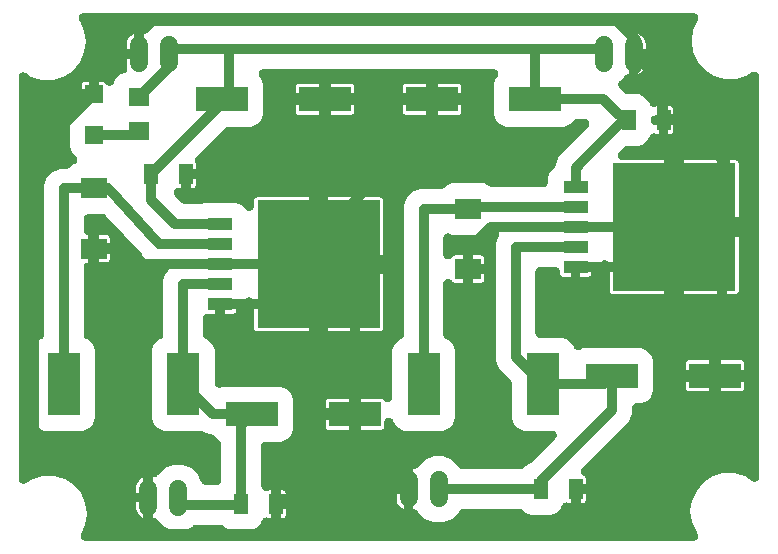
<source format=gbr>
G04 EAGLE Gerber RS-274X export*
G75*
%MOMM*%
%FSLAX34Y34*%
%LPD*%
%INTop Copper*%
%IPPOS*%
%AMOC8*
5,1,8,0,0,1.08239X$1,22.5*%
G01*
%ADD10C,1.524000*%
%ADD11R,4.415700X2.115300*%
%ADD12R,1.164600X1.815300*%
%ADD13R,2.200000X1.800000*%
%ADD14R,2.800000X5.300000*%
%ADD15R,1.500000X1.500000*%
%ADD16R,10.410000X10.800000*%
%ADD17R,2.159000X1.066800*%
%ADD18R,1.803000X1.600000*%
%ADD19C,0.812800*%

G36*
X609814Y502431D02*
X609814Y502431D01*
X610068Y502445D01*
X610097Y502451D01*
X610127Y502453D01*
X610377Y502506D01*
X610627Y502556D01*
X610655Y502566D01*
X610684Y502572D01*
X610924Y502659D01*
X611165Y502744D01*
X611191Y502757D01*
X611219Y502768D01*
X611445Y502888D01*
X611671Y503005D01*
X611695Y503022D01*
X611722Y503036D01*
X611927Y503186D01*
X612136Y503334D01*
X612158Y503355D01*
X612182Y503373D01*
X612364Y503550D01*
X612550Y503726D01*
X612569Y503749D01*
X612590Y503770D01*
X612746Y503972D01*
X612905Y504171D01*
X612920Y504197D01*
X612939Y504221D01*
X613065Y504442D01*
X613195Y504662D01*
X613206Y504690D01*
X613221Y504716D01*
X613315Y504954D01*
X613413Y505189D01*
X613420Y505218D01*
X613431Y505245D01*
X613491Y505494D01*
X613555Y505740D01*
X613558Y505770D01*
X613565Y505799D01*
X613590Y506054D01*
X613618Y506307D01*
X613618Y506336D01*
X613621Y506366D01*
X613609Y506622D01*
X613602Y506876D01*
X613597Y506906D01*
X613596Y506936D01*
X613549Y507186D01*
X613507Y507438D01*
X613497Y507466D01*
X613492Y507496D01*
X613411Y507737D01*
X613333Y507981D01*
X613320Y508008D01*
X613311Y508036D01*
X613196Y508264D01*
X613086Y508494D01*
X613071Y508514D01*
X613056Y508545D01*
X612732Y509014D01*
X612666Y509085D01*
X612630Y509137D01*
X612155Y509684D01*
X608302Y518122D01*
X606982Y527304D01*
X608302Y536486D01*
X612155Y544924D01*
X618230Y551934D01*
X626033Y556949D01*
X634934Y559563D01*
X644210Y559563D01*
X653111Y556949D01*
X659019Y553152D01*
X659239Y553032D01*
X659456Y552908D01*
X659488Y552895D01*
X659519Y552878D01*
X659752Y552790D01*
X659985Y552698D01*
X660019Y552690D01*
X660052Y552677D01*
X660296Y552623D01*
X660539Y552564D01*
X660574Y552560D01*
X660608Y552553D01*
X660857Y552533D01*
X661106Y552508D01*
X661141Y552510D01*
X661176Y552507D01*
X661425Y552522D01*
X661676Y552533D01*
X661710Y552539D01*
X661745Y552542D01*
X661990Y552591D01*
X662236Y552637D01*
X662269Y552648D01*
X662303Y552655D01*
X662539Y552739D01*
X662776Y552818D01*
X662807Y552834D01*
X662840Y552846D01*
X663062Y552962D01*
X663285Y553073D01*
X663314Y553093D01*
X663345Y553110D01*
X663549Y553255D01*
X663754Y553397D01*
X663780Y553421D01*
X663808Y553441D01*
X663989Y553614D01*
X664173Y553784D01*
X664195Y553811D01*
X664221Y553835D01*
X664375Y554031D01*
X664534Y554225D01*
X664552Y554255D01*
X664574Y554282D01*
X664700Y554498D01*
X664829Y554712D01*
X664843Y554744D01*
X664861Y554774D01*
X664956Y555006D01*
X665054Y555236D01*
X665063Y555269D01*
X665076Y555302D01*
X665138Y555545D01*
X665203Y555786D01*
X665206Y555814D01*
X665216Y555854D01*
X665277Y556421D01*
X665273Y556511D01*
X665279Y556570D01*
X665279Y895657D01*
X665262Y895906D01*
X665248Y896156D01*
X665242Y896190D01*
X665239Y896225D01*
X665187Y896469D01*
X665139Y896715D01*
X665128Y896748D01*
X665120Y896782D01*
X665034Y897017D01*
X664952Y897254D01*
X664936Y897285D01*
X664924Y897318D01*
X664807Y897537D01*
X664692Y897761D01*
X664672Y897789D01*
X664656Y897820D01*
X664508Y898022D01*
X664364Y898226D01*
X664340Y898252D01*
X664319Y898280D01*
X664144Y898459D01*
X663973Y898641D01*
X663946Y898663D01*
X663922Y898688D01*
X663724Y898841D01*
X663529Y898998D01*
X663499Y899015D01*
X663471Y899037D01*
X663254Y899161D01*
X663039Y899288D01*
X663007Y899302D01*
X662976Y899319D01*
X662743Y899412D01*
X662513Y899508D01*
X662479Y899516D01*
X662447Y899529D01*
X662203Y899588D01*
X661962Y899651D01*
X661927Y899655D01*
X661893Y899663D01*
X661643Y899688D01*
X661395Y899716D01*
X661361Y899715D01*
X661326Y899719D01*
X661075Y899708D01*
X660826Y899701D01*
X660792Y899696D01*
X660756Y899694D01*
X660510Y899648D01*
X660264Y899607D01*
X660231Y899596D01*
X660196Y899590D01*
X659959Y899511D01*
X659721Y899435D01*
X659695Y899422D01*
X659656Y899409D01*
X659147Y899154D01*
X659072Y899102D01*
X659019Y899075D01*
X654127Y895931D01*
X645226Y893317D01*
X635950Y893317D01*
X627049Y895931D01*
X619246Y900946D01*
X613171Y907956D01*
X609318Y916394D01*
X607998Y925576D01*
X609318Y934758D01*
X613286Y943448D01*
X613372Y943678D01*
X613463Y943905D01*
X613472Y943944D01*
X613486Y943982D01*
X613539Y944221D01*
X613597Y944459D01*
X613601Y944499D01*
X613609Y944538D01*
X613628Y944781D01*
X613652Y945026D01*
X613650Y945066D01*
X613654Y945106D01*
X613638Y945350D01*
X613628Y945596D01*
X613620Y945635D01*
X613618Y945675D01*
X613568Y945914D01*
X613524Y946156D01*
X613511Y946194D01*
X613503Y946233D01*
X613420Y946463D01*
X613342Y946696D01*
X613324Y946732D01*
X613311Y946769D01*
X613197Y946986D01*
X613087Y947205D01*
X613064Y947238D01*
X613046Y947274D01*
X612903Y947472D01*
X612763Y947674D01*
X612736Y947704D01*
X612713Y947736D01*
X612544Y947913D01*
X612377Y948093D01*
X612346Y948118D01*
X612318Y948147D01*
X612127Y948298D01*
X611936Y948454D01*
X611902Y948475D01*
X611870Y948499D01*
X611659Y948622D01*
X611449Y948749D01*
X611412Y948765D01*
X611378Y948785D01*
X611150Y948877D01*
X610925Y948974D01*
X610887Y948984D01*
X610849Y948999D01*
X610611Y949059D01*
X610375Y949123D01*
X610343Y949126D01*
X610297Y949137D01*
X609730Y949197D01*
X609646Y949194D01*
X609590Y949199D01*
X541311Y949199D01*
X541254Y949195D01*
X541196Y949198D01*
X540970Y949175D01*
X540743Y949159D01*
X540687Y949147D01*
X540629Y949142D01*
X540408Y949088D01*
X540186Y949040D01*
X540132Y949020D01*
X540076Y949007D01*
X539864Y948923D01*
X539651Y948844D01*
X539600Y948817D01*
X539546Y948796D01*
X539349Y948683D01*
X539148Y948576D01*
X539102Y948542D01*
X539052Y948513D01*
X538872Y948373D01*
X538688Y948239D01*
X538647Y948199D01*
X538602Y948164D01*
X538443Y948001D01*
X538280Y947842D01*
X538245Y947796D01*
X538205Y947755D01*
X538071Y947571D01*
X537931Y947391D01*
X537903Y947341D01*
X537869Y947295D01*
X537762Y947093D01*
X537649Y946896D01*
X537628Y946843D01*
X537601Y946792D01*
X537523Y946578D01*
X537439Y946367D01*
X537425Y946311D01*
X537406Y946256D01*
X537358Y946034D01*
X537305Y945813D01*
X537299Y945755D01*
X537287Y945699D01*
X537272Y945472D01*
X537250Y945246D01*
X537252Y945188D01*
X537248Y945131D01*
X537264Y944904D01*
X537274Y944676D01*
X537285Y944620D01*
X537289Y944562D01*
X537337Y944340D01*
X537378Y944116D01*
X537397Y944062D01*
X537409Y944005D01*
X537487Y943792D01*
X537559Y943576D01*
X537585Y943524D01*
X537605Y943470D01*
X537712Y943271D01*
X537815Y943067D01*
X537847Y943019D01*
X537875Y942968D01*
X538009Y942785D01*
X538138Y942598D01*
X538178Y942555D01*
X538212Y942509D01*
X538371Y942346D01*
X538525Y942179D01*
X538569Y942142D01*
X538610Y942101D01*
X538790Y941962D01*
X538966Y941818D01*
X539015Y941788D01*
X539061Y941753D01*
X539164Y941698D01*
X539453Y941523D01*
X539655Y941436D01*
X539756Y941382D01*
X544911Y939247D01*
X550695Y933463D01*
X550715Y933422D01*
X550756Y933363D01*
X550790Y933301D01*
X550917Y933129D01*
X551039Y932952D01*
X551087Y932900D01*
X551129Y932843D01*
X551279Y932691D01*
X551424Y932533D01*
X551479Y932488D01*
X551529Y932437D01*
X551699Y932307D01*
X551865Y932172D01*
X551925Y932135D01*
X551982Y932092D01*
X552169Y931987D01*
X552352Y931875D01*
X552417Y931847D01*
X552479Y931813D01*
X552678Y931735D01*
X552875Y931650D01*
X552944Y931632D01*
X553010Y931606D01*
X553218Y931557D01*
X553425Y931501D01*
X553495Y931492D01*
X553564Y931475D01*
X553777Y931456D01*
X553990Y931429D01*
X554061Y931430D01*
X554132Y931424D01*
X554346Y931434D01*
X554560Y931438D01*
X554630Y931449D01*
X554701Y931452D01*
X554737Y931460D01*
X554737Y914400D01*
X554737Y897341D01*
X554564Y897353D01*
X554351Y897375D01*
X554280Y897372D01*
X554209Y897377D01*
X553996Y897362D01*
X553782Y897354D01*
X553712Y897341D01*
X553641Y897336D01*
X553432Y897291D01*
X553221Y897253D01*
X553153Y897231D01*
X553084Y897216D01*
X552883Y897143D01*
X552680Y897076D01*
X552616Y897044D01*
X552549Y897020D01*
X552360Y896918D01*
X552168Y896824D01*
X552110Y896784D01*
X552047Y896750D01*
X551874Y896623D01*
X551697Y896503D01*
X551645Y896455D01*
X551588Y896413D01*
X551434Y896263D01*
X551276Y896120D01*
X551231Y896065D01*
X551180Y896015D01*
X551049Y895846D01*
X550913Y895681D01*
X550875Y895620D01*
X550832Y895564D01*
X550775Y895458D01*
X550711Y895353D01*
X546992Y891634D01*
X546840Y891459D01*
X546685Y891290D01*
X546654Y891245D01*
X546618Y891204D01*
X546493Y891010D01*
X546362Y890821D01*
X546338Y890772D01*
X546308Y890725D01*
X546211Y890516D01*
X546109Y890310D01*
X546091Y890258D01*
X546068Y890209D01*
X546001Y889988D01*
X545929Y889770D01*
X545919Y889716D01*
X545903Y889663D01*
X545868Y889436D01*
X545826Y889209D01*
X545824Y889154D01*
X545816Y889100D01*
X545813Y888871D01*
X545803Y888640D01*
X545809Y888585D01*
X545808Y888530D01*
X545837Y888302D01*
X545860Y888073D01*
X545873Y888020D01*
X545880Y887965D01*
X545941Y887743D01*
X545996Y887520D01*
X546016Y887469D01*
X546030Y887416D01*
X546121Y887205D01*
X546207Y886991D01*
X546235Y886943D01*
X546256Y886893D01*
X546376Y886696D01*
X546491Y886496D01*
X546519Y886462D01*
X546553Y886406D01*
X546915Y885966D01*
X546963Y885922D01*
X546992Y885887D01*
X551392Y881487D01*
X551437Y881448D01*
X551478Y881403D01*
X551652Y881261D01*
X551822Y881114D01*
X551872Y881081D01*
X551919Y881043D01*
X552112Y880926D01*
X552300Y880804D01*
X552355Y880778D01*
X552406Y880747D01*
X552613Y880659D01*
X552817Y880564D01*
X552875Y880546D01*
X552930Y880523D01*
X553147Y880464D01*
X553362Y880399D01*
X553422Y880390D01*
X553480Y880374D01*
X553597Y880362D01*
X553925Y880311D01*
X554150Y880308D01*
X554265Y880297D01*
X563063Y880297D01*
X567731Y878364D01*
X571304Y874791D01*
X572360Y872243D01*
X572462Y872037D01*
X572559Y871828D01*
X572590Y871782D01*
X572614Y871733D01*
X572744Y871544D01*
X572870Y871351D01*
X572906Y871309D01*
X572937Y871264D01*
X573093Y871095D01*
X573244Y870921D01*
X573286Y870885D01*
X573323Y870845D01*
X573500Y870699D01*
X573675Y870548D01*
X573721Y870518D01*
X573763Y870483D01*
X573960Y870364D01*
X574153Y870239D01*
X574203Y870216D01*
X574250Y870187D01*
X574462Y870096D01*
X574671Y869999D01*
X574723Y869984D01*
X574774Y869962D01*
X574995Y869902D01*
X575216Y869835D01*
X575271Y869827D01*
X575323Y869812D01*
X575551Y869784D01*
X575779Y869748D01*
X575834Y869748D01*
X575889Y869741D01*
X576119Y869744D01*
X576349Y869742D01*
X576403Y869749D01*
X576458Y869749D01*
X576687Y869785D01*
X576914Y869814D01*
X576956Y869827D01*
X577021Y869837D01*
X577566Y870003D01*
X577626Y870031D01*
X577647Y870037D01*
X578149Y870137D01*
X580159Y870137D01*
X580159Y862583D01*
X577301Y862583D01*
X577072Y862567D01*
X576841Y862557D01*
X576787Y862547D01*
X576733Y862543D01*
X576507Y862495D01*
X576281Y862453D01*
X576229Y862436D01*
X576175Y862424D01*
X575959Y862345D01*
X575741Y862272D01*
X575692Y862247D01*
X575640Y862229D01*
X575437Y862120D01*
X575232Y862017D01*
X575186Y861986D01*
X575138Y861960D01*
X574952Y861824D01*
X574763Y861693D01*
X574722Y861656D01*
X574678Y861623D01*
X574513Y861463D01*
X574344Y861307D01*
X574309Y861264D01*
X574270Y861226D01*
X574129Y861044D01*
X573983Y860866D01*
X573955Y860819D01*
X573921Y860775D01*
X573807Y860575D01*
X573688Y860379D01*
X573666Y860328D01*
X573639Y860280D01*
X573554Y860066D01*
X573463Y859855D01*
X573449Y859802D01*
X573429Y859751D01*
X573374Y859526D01*
X573314Y859305D01*
X573310Y859261D01*
X573294Y859197D01*
X573239Y858630D01*
X573242Y858564D01*
X573238Y858520D01*
X573254Y858290D01*
X573264Y858060D01*
X573274Y858006D01*
X573278Y857951D01*
X573326Y857726D01*
X573368Y857500D01*
X573385Y857448D01*
X573397Y857394D01*
X573476Y857178D01*
X573549Y856960D01*
X573574Y856911D01*
X573593Y856859D01*
X573701Y856656D01*
X573804Y856450D01*
X573835Y856405D01*
X573861Y856357D01*
X573997Y856171D01*
X574128Y855982D01*
X574165Y855941D01*
X574198Y855897D01*
X574358Y855732D01*
X574514Y855563D01*
X574557Y855528D01*
X574595Y855489D01*
X574777Y855348D01*
X574955Y855202D01*
X575003Y855173D01*
X575046Y855140D01*
X575246Y855026D01*
X575443Y854906D01*
X575493Y854885D01*
X575541Y854858D01*
X575755Y854772D01*
X575966Y854682D01*
X576019Y854668D01*
X576070Y854647D01*
X576295Y854593D01*
X576516Y854533D01*
X576560Y854529D01*
X576624Y854513D01*
X577191Y854458D01*
X577257Y854461D01*
X577301Y854457D01*
X580159Y854457D01*
X580159Y846903D01*
X578149Y846903D01*
X577651Y847002D01*
X577451Y847069D01*
X577234Y847148D01*
X577180Y847159D01*
X577128Y847177D01*
X576902Y847218D01*
X576676Y847266D01*
X576622Y847270D01*
X576568Y847280D01*
X576338Y847289D01*
X576108Y847305D01*
X576053Y847301D01*
X575998Y847304D01*
X575769Y847281D01*
X575540Y847265D01*
X575486Y847253D01*
X575431Y847248D01*
X575207Y847193D01*
X574983Y847145D01*
X574931Y847126D01*
X574878Y847113D01*
X574664Y847028D01*
X574448Y846948D01*
X574399Y846922D01*
X574348Y846902D01*
X574149Y846788D01*
X573946Y846679D01*
X573901Y846646D01*
X573854Y846619D01*
X573672Y846478D01*
X573486Y846342D01*
X573447Y846303D01*
X573404Y846270D01*
X573243Y846104D01*
X573079Y845944D01*
X573045Y845900D01*
X573007Y845861D01*
X572871Y845675D01*
X572730Y845493D01*
X572710Y845453D01*
X572671Y845401D01*
X572403Y844898D01*
X572380Y844836D01*
X572360Y844797D01*
X571304Y842249D01*
X567731Y838676D01*
X563063Y836743D01*
X553525Y836743D01*
X553465Y836739D01*
X553404Y836741D01*
X553181Y836719D01*
X552956Y836703D01*
X552897Y836690D01*
X552837Y836684D01*
X552619Y836631D01*
X552399Y836584D01*
X552343Y836563D01*
X552284Y836549D01*
X552075Y836465D01*
X551864Y836388D01*
X551811Y836359D01*
X551755Y836337D01*
X551560Y836225D01*
X551362Y836119D01*
X551313Y836084D01*
X551261Y836053D01*
X551170Y835979D01*
X550902Y835783D01*
X550740Y835626D01*
X550652Y835553D01*
X546672Y831573D01*
X546597Y831486D01*
X546514Y831406D01*
X546410Y831271D01*
X546298Y831143D01*
X546236Y831046D01*
X546165Y830955D01*
X546081Y830808D01*
X545989Y830665D01*
X545940Y830560D01*
X545883Y830460D01*
X545820Y830302D01*
X545749Y830148D01*
X545715Y830038D01*
X545673Y829931D01*
X545633Y829765D01*
X545583Y829603D01*
X545566Y829489D01*
X545539Y829377D01*
X545522Y829207D01*
X545496Y829040D01*
X545495Y828925D01*
X545483Y828810D01*
X545491Y828640D01*
X545488Y828470D01*
X545503Y828356D01*
X545508Y828240D01*
X545539Y828073D01*
X545561Y827905D01*
X545591Y827793D01*
X545612Y827680D01*
X545666Y827519D01*
X545711Y827355D01*
X545757Y827249D01*
X545793Y827140D01*
X545870Y826988D01*
X545937Y826832D01*
X545997Y826734D01*
X546048Y826631D01*
X546145Y826491D01*
X546234Y826346D01*
X546307Y826257D01*
X546372Y826162D01*
X546488Y826037D01*
X546595Y825905D01*
X546680Y825828D01*
X546759Y825743D01*
X546890Y825635D01*
X547015Y825520D01*
X547110Y825455D01*
X547200Y825382D01*
X547345Y825294D01*
X547485Y825198D01*
X547588Y825146D01*
X547687Y825087D01*
X547843Y825020D01*
X547995Y824944D01*
X548105Y824908D01*
X548210Y824862D01*
X548374Y824818D01*
X548536Y824764D01*
X548649Y824743D01*
X548760Y824713D01*
X548875Y824702D01*
X549096Y824662D01*
X549428Y824648D01*
X549545Y824637D01*
X584963Y824637D01*
X584963Y772160D01*
X584979Y771931D01*
X584989Y771701D01*
X584999Y771647D01*
X585003Y771592D01*
X585051Y771367D01*
X585093Y771140D01*
X585110Y771088D01*
X585122Y771035D01*
X585201Y770818D01*
X585274Y770600D01*
X585299Y770551D01*
X585318Y770499D01*
X585426Y770296D01*
X585529Y770091D01*
X585561Y770045D01*
X585586Y769997D01*
X585722Y769812D01*
X585853Y769622D01*
X585890Y769581D01*
X585923Y769537D01*
X586083Y769372D01*
X586239Y769203D01*
X586282Y769168D01*
X586320Y769129D01*
X586502Y768988D01*
X586680Y768842D01*
X586728Y768814D01*
X586771Y768780D01*
X586971Y768666D01*
X587168Y768547D01*
X587218Y768525D01*
X587266Y768498D01*
X587481Y768413D01*
X587691Y768322D01*
X587744Y768308D01*
X587795Y768288D01*
X588020Y768233D01*
X588241Y768173D01*
X588285Y768169D01*
X588349Y768154D01*
X588916Y768098D01*
X588982Y768101D01*
X589026Y768097D01*
X593091Y768097D01*
X593091Y768095D01*
X589026Y768095D01*
X588797Y768079D01*
X588566Y768069D01*
X588512Y768059D01*
X588458Y768055D01*
X588232Y768007D01*
X588006Y767965D01*
X587954Y767948D01*
X587900Y767936D01*
X587684Y767857D01*
X587466Y767784D01*
X587417Y767759D01*
X587365Y767740D01*
X587162Y767632D01*
X586957Y767529D01*
X586911Y767497D01*
X586863Y767472D01*
X586677Y767336D01*
X586488Y767205D01*
X586447Y767167D01*
X586403Y767135D01*
X586238Y766975D01*
X586069Y766819D01*
X586034Y766776D01*
X585995Y766738D01*
X585854Y766556D01*
X585708Y766377D01*
X585680Y766330D01*
X585646Y766287D01*
X585532Y766087D01*
X585413Y765890D01*
X585391Y765840D01*
X585364Y765792D01*
X585279Y765577D01*
X585188Y765367D01*
X585174Y765314D01*
X585154Y765262D01*
X585099Y765038D01*
X585039Y764817D01*
X585035Y764772D01*
X585020Y764709D01*
X584964Y764142D01*
X584967Y764076D01*
X584963Y764032D01*
X584963Y711555D01*
X540790Y711555D01*
X540299Y711653D01*
X539837Y711844D01*
X539420Y712123D01*
X539067Y712476D01*
X538788Y712893D01*
X538597Y713355D01*
X538499Y713846D01*
X538499Y735899D01*
X538491Y736014D01*
X538493Y736129D01*
X538471Y736298D01*
X538459Y736468D01*
X538435Y736580D01*
X538421Y736695D01*
X538376Y736859D01*
X538340Y737025D01*
X538301Y737133D01*
X538270Y737244D01*
X538203Y737400D01*
X538144Y737560D01*
X538090Y737662D01*
X538044Y737767D01*
X537956Y737912D01*
X537876Y738062D01*
X537808Y738155D01*
X537748Y738254D01*
X537640Y738385D01*
X537539Y738522D01*
X537459Y738605D01*
X537386Y738694D01*
X537260Y738809D01*
X537142Y738930D01*
X537051Y739001D01*
X536966Y739079D01*
X536826Y739175D01*
X536691Y739279D01*
X536591Y739336D01*
X536496Y739401D01*
X536344Y739477D01*
X536196Y739561D01*
X536089Y739604D01*
X535986Y739655D01*
X535825Y739709D01*
X535667Y739772D01*
X535554Y739799D01*
X535445Y739835D01*
X535278Y739866D01*
X535113Y739906D01*
X534998Y739917D01*
X534885Y739938D01*
X534715Y739944D01*
X534546Y739961D01*
X534431Y739956D01*
X534315Y739961D01*
X534146Y739944D01*
X533976Y739936D01*
X533863Y739915D01*
X533749Y739904D01*
X533583Y739863D01*
X533416Y739832D01*
X533307Y739796D01*
X533195Y739768D01*
X533037Y739705D01*
X532876Y739651D01*
X532773Y739599D01*
X532666Y739557D01*
X532519Y739472D01*
X532367Y739396D01*
X532272Y739330D01*
X532172Y739273D01*
X532083Y739200D01*
X531898Y739072D01*
X531654Y738847D01*
X531563Y738772D01*
X527767Y734977D01*
X525622Y734088D01*
X525620Y734087D01*
X525617Y734086D01*
X525356Y733955D01*
X525112Y733834D01*
X525110Y733832D01*
X525108Y733831D01*
X524868Y733665D01*
X524643Y733511D01*
X524641Y733509D01*
X524639Y733507D01*
X524427Y733312D01*
X524224Y733125D01*
X524222Y733123D01*
X524220Y733121D01*
X524035Y732895D01*
X523862Y732684D01*
X523861Y732682D01*
X523859Y732680D01*
X523705Y732426D01*
X523566Y732198D01*
X523565Y732195D01*
X523564Y732193D01*
X523452Y731932D01*
X523341Y731674D01*
X523340Y731671D01*
X523339Y731669D01*
X523264Y731392D01*
X523191Y731124D01*
X523191Y731122D01*
X523190Y731119D01*
X523189Y731105D01*
X523120Y730559D01*
X523122Y730419D01*
X523114Y730334D01*
X523114Y728476D01*
X523016Y727985D01*
X522825Y727523D01*
X522546Y727106D01*
X522193Y726753D01*
X521776Y726474D01*
X521314Y726283D01*
X520823Y726185D01*
X513841Y726185D01*
X513841Y728980D01*
X513825Y729209D01*
X513815Y729440D01*
X513805Y729494D01*
X513801Y729548D01*
X513753Y729774D01*
X513711Y730000D01*
X513694Y730052D01*
X513682Y730106D01*
X513603Y730322D01*
X513530Y730540D01*
X513505Y730589D01*
X513487Y730641D01*
X513378Y730844D01*
X513275Y731049D01*
X513244Y731095D01*
X513218Y731143D01*
X513082Y731329D01*
X512951Y731518D01*
X512914Y731559D01*
X512881Y731603D01*
X512721Y731768D01*
X512565Y731937D01*
X512522Y731972D01*
X512484Y732011D01*
X512302Y732152D01*
X512124Y732298D01*
X512077Y732326D01*
X512033Y732360D01*
X511833Y732474D01*
X511637Y732593D01*
X511586Y732615D01*
X511538Y732642D01*
X511324Y732727D01*
X511113Y732818D01*
X511060Y732832D01*
X511009Y732852D01*
X510784Y732907D01*
X510563Y732967D01*
X510519Y732971D01*
X510455Y732987D01*
X509888Y733042D01*
X509822Y733039D01*
X509778Y733043D01*
X509548Y733027D01*
X509318Y733017D01*
X509264Y733007D01*
X509209Y733003D01*
X508984Y732955D01*
X508758Y732913D01*
X508706Y732896D01*
X508652Y732884D01*
X508436Y732805D01*
X508218Y732732D01*
X508169Y732707D01*
X508117Y732688D01*
X507914Y732580D01*
X507708Y732477D01*
X507663Y732446D01*
X507615Y732420D01*
X507429Y732284D01*
X507240Y732153D01*
X507199Y732116D01*
X507155Y732083D01*
X506990Y731923D01*
X506821Y731767D01*
X506786Y731724D01*
X506747Y731686D01*
X506606Y731504D01*
X506460Y731326D01*
X506431Y731278D01*
X506398Y731235D01*
X506284Y731035D01*
X506164Y730838D01*
X506143Y730788D01*
X506116Y730740D01*
X506030Y730526D01*
X505940Y730315D01*
X505926Y730262D01*
X505905Y730211D01*
X505851Y729986D01*
X505791Y729765D01*
X505787Y729721D01*
X505771Y729657D01*
X505716Y729090D01*
X505719Y729024D01*
X505715Y728980D01*
X505715Y726185D01*
X498733Y726185D01*
X498242Y726283D01*
X497780Y726474D01*
X497363Y726753D01*
X497010Y727106D01*
X496731Y727523D01*
X496540Y727985D01*
X496442Y728476D01*
X496442Y730250D01*
X496426Y730479D01*
X496416Y730710D01*
X496406Y730764D01*
X496402Y730818D01*
X496354Y731044D01*
X496312Y731270D01*
X496295Y731322D01*
X496283Y731376D01*
X496204Y731592D01*
X496131Y731810D01*
X496106Y731859D01*
X496087Y731911D01*
X495979Y732114D01*
X495876Y732319D01*
X495845Y732365D01*
X495819Y732413D01*
X495683Y732599D01*
X495552Y732788D01*
X495515Y732829D01*
X495482Y732873D01*
X495322Y733038D01*
X495166Y733207D01*
X495123Y733242D01*
X495085Y733281D01*
X494903Y733422D01*
X494725Y733568D01*
X494677Y733596D01*
X494634Y733630D01*
X494434Y733744D01*
X494237Y733863D01*
X494187Y733885D01*
X494139Y733912D01*
X493925Y733997D01*
X493714Y734088D01*
X493661Y734102D01*
X493610Y734122D01*
X493385Y734177D01*
X493164Y734237D01*
X493120Y734241D01*
X493056Y734257D01*
X492489Y734312D01*
X492423Y734309D01*
X492379Y734313D01*
X479806Y734313D01*
X479577Y734297D01*
X479346Y734287D01*
X479292Y734277D01*
X479238Y734273D01*
X479012Y734225D01*
X478786Y734183D01*
X478734Y734166D01*
X478680Y734154D01*
X478464Y734075D01*
X478246Y734002D01*
X478197Y733977D01*
X478145Y733958D01*
X477942Y733850D01*
X477737Y733747D01*
X477691Y733716D01*
X477643Y733690D01*
X477457Y733554D01*
X477268Y733423D01*
X477227Y733386D01*
X477183Y733353D01*
X477018Y733193D01*
X476849Y733037D01*
X476814Y732994D01*
X476775Y732956D01*
X476634Y732774D01*
X476488Y732596D01*
X476460Y732548D01*
X476426Y732505D01*
X476312Y732305D01*
X476193Y732108D01*
X476171Y732058D01*
X476144Y732010D01*
X476059Y731796D01*
X475968Y731585D01*
X475954Y731532D01*
X475934Y731481D01*
X475879Y731256D01*
X475819Y731035D01*
X475815Y730991D01*
X475799Y730927D01*
X475744Y730360D01*
X475747Y730294D01*
X475743Y730250D01*
X475743Y678264D01*
X475759Y678035D01*
X475769Y677804D01*
X475779Y677750D01*
X475783Y677696D01*
X475831Y677470D01*
X475873Y677244D01*
X475890Y677192D01*
X475902Y677138D01*
X475981Y676922D01*
X476054Y676704D01*
X476079Y676655D01*
X476098Y676603D01*
X476206Y676400D01*
X476309Y676195D01*
X476340Y676149D01*
X476366Y676101D01*
X476502Y675915D01*
X476633Y675726D01*
X476670Y675685D01*
X476703Y675641D01*
X476863Y675476D01*
X477019Y675307D01*
X477062Y675272D01*
X477100Y675233D01*
X477282Y675092D01*
X477460Y674946D01*
X477508Y674918D01*
X477551Y674884D01*
X477751Y674770D01*
X477948Y674651D01*
X477998Y674629D01*
X478046Y674602D01*
X478260Y674517D01*
X478471Y674426D01*
X478524Y674412D01*
X478575Y674392D01*
X478800Y674337D01*
X479021Y674277D01*
X479065Y674273D01*
X479129Y674257D01*
X479696Y674202D01*
X479762Y674205D01*
X479806Y674201D01*
X498826Y674201D01*
X503494Y672267D01*
X507067Y668694D01*
X507999Y666445D01*
X508102Y666239D01*
X508199Y666030D01*
X508229Y665984D01*
X508253Y665935D01*
X508384Y665746D01*
X508509Y665553D01*
X508545Y665511D01*
X508577Y665466D01*
X508732Y665296D01*
X508884Y665123D01*
X508925Y665087D01*
X508962Y665046D01*
X509140Y664900D01*
X509314Y664750D01*
X509360Y664720D01*
X509403Y664685D01*
X509600Y664565D01*
X509793Y664441D01*
X509843Y664418D01*
X509890Y664389D01*
X510101Y664298D01*
X510310Y664201D01*
X510363Y664186D01*
X510413Y664164D01*
X510635Y664103D01*
X510856Y664037D01*
X510910Y664029D01*
X510963Y664014D01*
X511190Y663985D01*
X511419Y663950D01*
X511474Y663950D01*
X511528Y663943D01*
X511759Y663946D01*
X511988Y663943D01*
X512043Y663950D01*
X512098Y663951D01*
X512325Y663987D01*
X512554Y664016D01*
X512596Y664029D01*
X512661Y664039D01*
X513206Y664205D01*
X513265Y664233D01*
X513308Y664246D01*
X516068Y665389D01*
X565278Y665389D01*
X569946Y663456D01*
X573519Y659883D01*
X575452Y655215D01*
X575452Y629009D01*
X573519Y624341D01*
X569946Y620768D01*
X565278Y618835D01*
X561501Y618835D01*
X561272Y618819D01*
X561041Y618809D01*
X560987Y618799D01*
X560933Y618795D01*
X560707Y618747D01*
X560481Y618705D01*
X560429Y618687D01*
X560375Y618676D01*
X560159Y618597D01*
X559941Y618523D01*
X559892Y618499D01*
X559840Y618480D01*
X559637Y618371D01*
X559432Y618268D01*
X559386Y618237D01*
X559338Y618211D01*
X559152Y618075D01*
X558963Y617944D01*
X558922Y617907D01*
X558878Y617875D01*
X558713Y617714D01*
X558544Y617558D01*
X558509Y617516D01*
X558470Y617477D01*
X558329Y617295D01*
X558183Y617117D01*
X558155Y617070D01*
X558121Y617027D01*
X558007Y616827D01*
X557888Y616630D01*
X557866Y616580D01*
X557839Y616532D01*
X557754Y616317D01*
X557663Y616106D01*
X557649Y616053D01*
X557629Y616002D01*
X557574Y615778D01*
X557514Y615556D01*
X557510Y615512D01*
X557494Y615448D01*
X557439Y614881D01*
X557442Y614816D01*
X557438Y614772D01*
X557438Y609982D01*
X554885Y603821D01*
X515308Y564243D01*
X515195Y564113D01*
X515074Y563989D01*
X515008Y563898D01*
X514934Y563813D01*
X514840Y563668D01*
X514739Y563528D01*
X514686Y563429D01*
X514625Y563335D01*
X514552Y563178D01*
X514471Y563026D01*
X514432Y562920D01*
X514385Y562818D01*
X514335Y562653D01*
X514276Y562490D01*
X514252Y562380D01*
X514220Y562273D01*
X514193Y562102D01*
X514157Y561933D01*
X514149Y561821D01*
X514132Y561710D01*
X514130Y561537D01*
X514118Y561365D01*
X514126Y561252D01*
X514125Y561140D01*
X514146Y560968D01*
X514159Y560796D01*
X514182Y560686D01*
X514197Y560575D01*
X514242Y560408D01*
X514279Y560239D01*
X514317Y560134D01*
X514347Y560025D01*
X514416Y559866D01*
X514475Y559704D01*
X514528Y559605D01*
X514573Y559502D01*
X514663Y559354D01*
X514745Y559202D01*
X514811Y559112D01*
X514870Y559016D01*
X514980Y558882D01*
X515082Y558743D01*
X515160Y558662D01*
X515232Y558576D01*
X515359Y558459D01*
X515480Y558335D01*
X515569Y558266D01*
X515652Y558190D01*
X515794Y558093D01*
X515931Y557987D01*
X516006Y557947D01*
X516121Y557868D01*
X516615Y557622D01*
X516627Y557616D01*
X517081Y557428D01*
X517497Y557150D01*
X517850Y556796D01*
X518129Y556380D01*
X518320Y555918D01*
X518418Y555427D01*
X518418Y550163D01*
X510054Y550163D01*
X509825Y550147D01*
X509595Y550137D01*
X509541Y550127D01*
X509486Y550123D01*
X509261Y550075D01*
X509035Y550033D01*
X508982Y550016D01*
X508929Y550004D01*
X508713Y549925D01*
X508494Y549852D01*
X508445Y549827D01*
X508394Y549809D01*
X508191Y549700D01*
X507985Y549597D01*
X507940Y549566D01*
X507891Y549540D01*
X507706Y549404D01*
X507516Y549273D01*
X507476Y549236D01*
X507431Y549203D01*
X507266Y549043D01*
X507097Y548887D01*
X507097Y548886D01*
X507062Y548844D01*
X507023Y548805D01*
X506882Y548624D01*
X506736Y548445D01*
X506707Y548398D01*
X506674Y548355D01*
X506560Y548155D01*
X506440Y547958D01*
X506419Y547908D01*
X506392Y547860D01*
X506306Y547645D01*
X506216Y547434D01*
X506202Y547382D01*
X506181Y547330D01*
X506127Y547106D01*
X506067Y546884D01*
X506063Y546840D01*
X506047Y546776D01*
X505992Y546209D01*
X505995Y546144D01*
X505991Y546100D01*
X505991Y534483D01*
X503981Y534483D01*
X503483Y534582D01*
X503283Y534649D01*
X503066Y534728D01*
X503012Y534739D01*
X502960Y534757D01*
X502734Y534798D01*
X502508Y534846D01*
X502454Y534850D01*
X502400Y534860D01*
X502170Y534869D01*
X501940Y534885D01*
X501885Y534881D01*
X501830Y534884D01*
X501601Y534861D01*
X501372Y534845D01*
X501318Y534833D01*
X501263Y534828D01*
X501039Y534773D01*
X500815Y534725D01*
X500763Y534706D01*
X500710Y534693D01*
X500496Y534608D01*
X500280Y534528D01*
X500231Y534502D01*
X500180Y534482D01*
X499981Y534368D01*
X499778Y534259D01*
X499733Y534226D01*
X499686Y534199D01*
X499504Y534058D01*
X499318Y533922D01*
X499279Y533883D01*
X499236Y533850D01*
X499075Y533684D01*
X498911Y533524D01*
X498877Y533480D01*
X498839Y533441D01*
X498703Y533255D01*
X498562Y533073D01*
X498542Y533033D01*
X498503Y532981D01*
X498235Y532478D01*
X498212Y532416D01*
X498192Y532377D01*
X497136Y529829D01*
X493563Y526256D01*
X488895Y524323D01*
X472197Y524323D01*
X467529Y526256D01*
X465640Y528145D01*
X465594Y528185D01*
X465553Y528229D01*
X465379Y528371D01*
X465210Y528519D01*
X465159Y528552D01*
X465112Y528590D01*
X464920Y528707D01*
X464731Y528829D01*
X464677Y528854D01*
X464625Y528885D01*
X464419Y528974D01*
X464215Y529069D01*
X464157Y529086D01*
X464101Y529110D01*
X463885Y529168D01*
X463669Y529234D01*
X463610Y529243D01*
X463551Y529259D01*
X463434Y529270D01*
X463106Y529321D01*
X462881Y529324D01*
X462767Y529335D01*
X414622Y529335D01*
X414619Y529335D01*
X414617Y529335D01*
X414333Y529315D01*
X414054Y529295D01*
X414051Y529295D01*
X414048Y529295D01*
X413765Y529234D01*
X413496Y529176D01*
X413494Y529175D01*
X413491Y529175D01*
X413223Y529076D01*
X412961Y528980D01*
X412959Y528979D01*
X412956Y528978D01*
X412715Y528849D01*
X412459Y528712D01*
X412457Y528710D01*
X412454Y528709D01*
X412227Y528542D01*
X411999Y528375D01*
X411997Y528373D01*
X411995Y528372D01*
X411788Y528170D01*
X411591Y527978D01*
X411589Y527976D01*
X411587Y527974D01*
X411415Y527751D01*
X411242Y527527D01*
X411241Y527525D01*
X411239Y527523D01*
X411232Y527510D01*
X410960Y527032D01*
X410940Y526982D01*
X405211Y521253D01*
X397742Y518159D01*
X389658Y518159D01*
X382189Y521253D01*
X376405Y527037D01*
X376385Y527078D01*
X376344Y527137D01*
X376310Y527199D01*
X376183Y527371D01*
X376061Y527548D01*
X376013Y527600D01*
X375971Y527657D01*
X375821Y527809D01*
X375676Y527967D01*
X375621Y528012D01*
X375571Y528063D01*
X375401Y528193D01*
X375235Y528328D01*
X375175Y528365D01*
X375118Y528408D01*
X374931Y528513D01*
X374748Y528625D01*
X374683Y528653D01*
X374621Y528687D01*
X374422Y528765D01*
X374225Y528850D01*
X374156Y528868D01*
X374090Y528894D01*
X373882Y528943D01*
X373675Y528999D01*
X373605Y529008D01*
X373536Y529025D01*
X373323Y529044D01*
X373110Y529071D01*
X373039Y529070D01*
X372968Y529076D01*
X372754Y529066D01*
X372540Y529062D01*
X372470Y529051D01*
X372399Y529048D01*
X372363Y529040D01*
X372363Y546100D01*
X372363Y563159D01*
X372536Y563147D01*
X372749Y563125D01*
X372820Y563128D01*
X372891Y563123D01*
X373104Y563138D01*
X373318Y563146D01*
X373388Y563159D01*
X373459Y563164D01*
X373668Y563209D01*
X373879Y563247D01*
X373947Y563269D01*
X374016Y563284D01*
X374217Y563357D01*
X374420Y563424D01*
X374484Y563456D01*
X374551Y563480D01*
X374740Y563582D01*
X374932Y563676D01*
X374990Y563716D01*
X375053Y563750D01*
X375226Y563877D01*
X375403Y563997D01*
X375455Y564045D01*
X375512Y564087D01*
X375666Y564237D01*
X375824Y564380D01*
X375869Y564435D01*
X375920Y564485D01*
X376051Y564654D01*
X376187Y564819D01*
X376225Y564880D01*
X376268Y564936D01*
X376325Y565042D01*
X376389Y565147D01*
X382189Y570947D01*
X389658Y574041D01*
X397742Y574041D01*
X405211Y570947D01*
X410951Y565207D01*
X411001Y565107D01*
X411122Y564863D01*
X411124Y564861D01*
X411125Y564859D01*
X411288Y564623D01*
X411446Y564394D01*
X411448Y564392D01*
X411449Y564390D01*
X411642Y564180D01*
X411831Y563975D01*
X411834Y563973D01*
X411835Y563971D01*
X412058Y563789D01*
X412272Y563613D01*
X412274Y563612D01*
X412276Y563610D01*
X412517Y563464D01*
X412759Y563317D01*
X412761Y563316D01*
X412764Y563315D01*
X413017Y563206D01*
X413282Y563092D01*
X413285Y563091D01*
X413287Y563090D01*
X413550Y563019D01*
X413832Y562942D01*
X413835Y562942D01*
X413837Y562941D01*
X413850Y562940D01*
X414397Y562871D01*
X414537Y562873D01*
X414622Y562865D01*
X462767Y562865D01*
X462827Y562869D01*
X462887Y562867D01*
X463111Y562889D01*
X463335Y562905D01*
X463394Y562917D01*
X463454Y562923D01*
X463672Y562977D01*
X463892Y563024D01*
X463949Y563044D01*
X464008Y563059D01*
X464216Y563142D01*
X464427Y563220D01*
X464481Y563248D01*
X464537Y563270D01*
X464732Y563382D01*
X464930Y563488D01*
X464978Y563524D01*
X465031Y563554D01*
X465122Y563629D01*
X465390Y563825D01*
X465551Y563982D01*
X465640Y564055D01*
X467529Y565944D01*
X470302Y567093D01*
X470412Y567147D01*
X470518Y567190D01*
X470561Y567214D01*
X470610Y567236D01*
X470709Y567295D01*
X470812Y567347D01*
X470912Y567416D01*
X471012Y567473D01*
X471044Y567499D01*
X471097Y567532D01*
X471163Y567589D01*
X471281Y567670D01*
X471532Y567900D01*
X471621Y567974D01*
X492510Y588863D01*
X492586Y588950D01*
X492668Y589030D01*
X492772Y589165D01*
X492884Y589293D01*
X492946Y589390D01*
X493017Y589481D01*
X493101Y589629D01*
X493193Y589771D01*
X493242Y589876D01*
X493299Y589976D01*
X493362Y590134D01*
X493433Y590288D01*
X493467Y590398D01*
X493509Y590505D01*
X493549Y590671D01*
X493599Y590833D01*
X493616Y590947D01*
X493643Y591059D01*
X493660Y591229D01*
X493686Y591396D01*
X493687Y591511D01*
X493699Y591626D01*
X493691Y591796D01*
X493694Y591966D01*
X493679Y592080D01*
X493674Y592196D01*
X493643Y592363D01*
X493621Y592531D01*
X493591Y592643D01*
X493570Y592756D01*
X493516Y592917D01*
X493471Y593081D01*
X493425Y593187D01*
X493389Y593296D01*
X493313Y593448D01*
X493245Y593604D01*
X493185Y593702D01*
X493134Y593805D01*
X493037Y593945D01*
X492948Y594090D01*
X492875Y594179D01*
X492810Y594274D01*
X492694Y594399D01*
X492587Y594531D01*
X492502Y594608D01*
X492423Y594693D01*
X492292Y594801D01*
X492167Y594916D01*
X492072Y594981D01*
X491982Y595054D01*
X491837Y595142D01*
X491697Y595238D01*
X491594Y595290D01*
X491495Y595349D01*
X491339Y595416D01*
X491187Y595492D01*
X491077Y595528D01*
X490972Y595574D01*
X490808Y595618D01*
X490646Y595672D01*
X490533Y595693D01*
X490422Y595723D01*
X490307Y595734D01*
X490086Y595774D01*
X489754Y595788D01*
X489637Y595799D01*
X465774Y595799D01*
X461106Y597733D01*
X457533Y601306D01*
X455599Y605974D01*
X455599Y636309D01*
X455595Y636369D01*
X455597Y636429D01*
X455575Y636653D01*
X455559Y636877D01*
X455547Y636936D01*
X455541Y636996D01*
X455487Y637215D01*
X455440Y637434D01*
X455420Y637491D01*
X455405Y637550D01*
X455322Y637758D01*
X455244Y637969D01*
X455216Y638023D01*
X455194Y638079D01*
X455082Y638274D01*
X454976Y638472D01*
X454940Y638521D01*
X454910Y638573D01*
X454835Y638664D01*
X454639Y638932D01*
X454482Y639093D01*
X454409Y639182D01*
X444766Y648826D01*
X444176Y650249D01*
X444176Y650250D01*
X442213Y654987D01*
X442213Y754413D01*
X444779Y760606D01*
X444797Y760660D01*
X444821Y760713D01*
X444887Y760930D01*
X444959Y761146D01*
X444970Y761203D01*
X444986Y761258D01*
X445021Y761483D01*
X445062Y761707D01*
X445065Y761764D01*
X445074Y761821D01*
X445077Y762048D01*
X445086Y762276D01*
X445081Y762333D01*
X445081Y762391D01*
X445053Y762616D01*
X445030Y762843D01*
X445017Y762899D01*
X445009Y762956D01*
X444949Y763176D01*
X444895Y763396D01*
X444874Y763450D01*
X444859Y763506D01*
X444769Y763714D01*
X444684Y763926D01*
X444656Y763976D01*
X444633Y764029D01*
X444515Y764223D01*
X444402Y764420D01*
X444366Y764466D01*
X444336Y764515D01*
X444192Y764690D01*
X444052Y764871D01*
X444011Y764911D01*
X443974Y764955D01*
X443807Y765109D01*
X443643Y765267D01*
X443597Y765301D01*
X443554Y765340D01*
X443367Y765469D01*
X443183Y765603D01*
X443132Y765630D01*
X443085Y765663D01*
X442881Y765764D01*
X442680Y765871D01*
X442626Y765891D01*
X442575Y765917D01*
X442359Y765989D01*
X442145Y766066D01*
X442089Y766078D01*
X442034Y766097D01*
X441810Y766138D01*
X441588Y766185D01*
X441530Y766189D01*
X441473Y766199D01*
X441246Y766208D01*
X441019Y766224D01*
X440962Y766220D01*
X440904Y766222D01*
X440678Y766200D01*
X440451Y766183D01*
X440394Y766171D01*
X440337Y766165D01*
X440116Y766111D01*
X439894Y766063D01*
X439840Y766044D01*
X439784Y766030D01*
X439572Y765945D01*
X439359Y765867D01*
X439308Y765840D01*
X439255Y765818D01*
X439057Y765705D01*
X438857Y765597D01*
X438810Y765563D01*
X438760Y765535D01*
X438670Y765461D01*
X438398Y765260D01*
X438240Y765107D01*
X438151Y765034D01*
X436786Y763669D01*
X432118Y761735D01*
X405066Y761735D01*
X403383Y762432D01*
X403220Y762487D01*
X403059Y762551D01*
X402949Y762577D01*
X402843Y762613D01*
X402673Y762644D01*
X402505Y762685D01*
X402393Y762696D01*
X402282Y762716D01*
X402110Y762723D01*
X401938Y762740D01*
X401825Y762735D01*
X401713Y762740D01*
X401541Y762723D01*
X401368Y762716D01*
X401258Y762695D01*
X401146Y762684D01*
X400978Y762643D01*
X400808Y762612D01*
X400702Y762576D01*
X400592Y762549D01*
X400432Y762485D01*
X400268Y762430D01*
X400167Y762380D01*
X400063Y762338D01*
X399913Y762253D01*
X399759Y762175D01*
X399666Y762111D01*
X399568Y762055D01*
X399432Y761950D01*
X399290Y761851D01*
X399207Y761775D01*
X399118Y761706D01*
X398998Y761582D01*
X398871Y761465D01*
X398800Y761378D01*
X398721Y761297D01*
X398620Y761158D01*
X398510Y761024D01*
X398452Y760928D01*
X398385Y760837D01*
X398304Y760685D01*
X398215Y760537D01*
X398170Y760433D01*
X398117Y760334D01*
X398058Y760172D01*
X397990Y760013D01*
X397961Y759904D01*
X397922Y759799D01*
X397886Y759630D01*
X397841Y759463D01*
X397833Y759378D01*
X397804Y759241D01*
X397766Y758691D01*
X397765Y758678D01*
X397765Y744696D01*
X397781Y744468D01*
X397791Y744240D01*
X397801Y744184D01*
X397805Y744128D01*
X397853Y743904D01*
X397894Y743679D01*
X397912Y743626D01*
X397924Y743571D01*
X398002Y743356D01*
X398075Y743139D01*
X398100Y743089D01*
X398120Y743036D01*
X398228Y742833D01*
X398330Y742629D01*
X398362Y742583D01*
X398388Y742533D01*
X398523Y742349D01*
X398653Y742160D01*
X398692Y742119D01*
X398725Y742073D01*
X398884Y741909D01*
X399039Y741741D01*
X399083Y741706D01*
X399122Y741665D01*
X399303Y741525D01*
X399480Y741380D01*
X399528Y741351D01*
X399573Y741316D01*
X399772Y741203D01*
X399967Y741084D01*
X400019Y741062D01*
X400068Y741034D01*
X400281Y740950D01*
X400491Y740859D01*
X400545Y740845D01*
X400597Y740824D01*
X400820Y740770D01*
X401041Y740710D01*
X401096Y740703D01*
X401151Y740690D01*
X401379Y740668D01*
X401606Y740639D01*
X401662Y740640D01*
X401718Y740635D01*
X401947Y740645D01*
X402176Y740648D01*
X402231Y740657D01*
X402288Y740659D01*
X402513Y740701D01*
X402739Y740736D01*
X402793Y740753D01*
X402848Y740763D01*
X403064Y740836D01*
X403284Y740903D01*
X403335Y740927D01*
X403388Y740945D01*
X403593Y741047D01*
X403800Y741144D01*
X403847Y741174D01*
X403897Y741200D01*
X404086Y741330D01*
X404277Y741454D01*
X404320Y741491D01*
X404366Y741523D01*
X404534Y741679D01*
X404707Y741829D01*
X404736Y741864D01*
X404785Y741910D01*
X405146Y742351D01*
X405179Y742405D01*
X405206Y742439D01*
X405619Y743056D01*
X405972Y743409D01*
X406389Y743688D01*
X406851Y743879D01*
X407342Y743977D01*
X414093Y743977D01*
X414093Y732872D01*
X414109Y732642D01*
X414119Y732413D01*
X414122Y732395D01*
X414094Y732109D01*
X414097Y732044D01*
X414093Y732000D01*
X414093Y720895D01*
X407342Y720895D01*
X406851Y720993D01*
X406389Y721184D01*
X405972Y721463D01*
X405619Y721816D01*
X405206Y722433D01*
X405066Y722614D01*
X404931Y722799D01*
X404892Y722839D01*
X404857Y722883D01*
X404694Y723043D01*
X404534Y723207D01*
X404489Y723241D01*
X404449Y723281D01*
X404264Y723415D01*
X404083Y723556D01*
X404034Y723583D01*
X403989Y723617D01*
X403787Y723724D01*
X403588Y723838D01*
X403536Y723859D01*
X403486Y723885D01*
X403272Y723963D01*
X403059Y724048D01*
X403004Y724061D01*
X402951Y724081D01*
X402727Y724128D01*
X402505Y724182D01*
X402449Y724188D01*
X402394Y724199D01*
X402166Y724215D01*
X401938Y724237D01*
X401881Y724235D01*
X401825Y724239D01*
X401598Y724223D01*
X401368Y724213D01*
X401313Y724202D01*
X401257Y724199D01*
X401033Y724151D01*
X400808Y724109D01*
X400755Y724091D01*
X400700Y724079D01*
X400485Y724000D01*
X400268Y723927D01*
X400218Y723902D01*
X400165Y723883D01*
X399963Y723775D01*
X399759Y723672D01*
X399712Y723640D01*
X399663Y723614D01*
X399478Y723478D01*
X399290Y723349D01*
X399248Y723310D01*
X399203Y723277D01*
X399039Y723117D01*
X398871Y722962D01*
X398835Y722919D01*
X398795Y722879D01*
X398655Y722698D01*
X398510Y722521D01*
X398481Y722473D01*
X398446Y722429D01*
X398333Y722230D01*
X398215Y722034D01*
X398192Y721982D01*
X398165Y721933D01*
X398080Y721721D01*
X397990Y721510D01*
X397976Y721456D01*
X397955Y721404D01*
X397901Y721181D01*
X397841Y720960D01*
X397837Y720915D01*
X397821Y720850D01*
X397766Y720283D01*
X397769Y720219D01*
X397765Y720176D01*
X397765Y676941D01*
X397765Y676939D01*
X397765Y676936D01*
X397785Y676659D01*
X397805Y676373D01*
X397805Y676370D01*
X397805Y676367D01*
X397865Y676093D01*
X397924Y675816D01*
X397925Y675813D01*
X397925Y675810D01*
X398020Y675553D01*
X398120Y675281D01*
X398121Y675278D01*
X398122Y675276D01*
X398253Y675032D01*
X398388Y674778D01*
X398390Y674776D01*
X398391Y674774D01*
X398559Y674545D01*
X398725Y674318D01*
X398727Y674316D01*
X398728Y674314D01*
X398935Y674103D01*
X399122Y673910D01*
X399124Y673908D01*
X399126Y673906D01*
X399353Y673731D01*
X399573Y673561D01*
X399575Y673560D01*
X399577Y673558D01*
X399589Y673552D01*
X400068Y673279D01*
X400198Y673227D01*
X400273Y673187D01*
X402494Y672267D01*
X406067Y668694D01*
X408001Y664026D01*
X408001Y605974D01*
X406067Y601306D01*
X402494Y597733D01*
X397826Y595799D01*
X364774Y595799D01*
X360106Y597733D01*
X356533Y601306D01*
X355363Y604129D01*
X355338Y604181D01*
X355318Y604235D01*
X355211Y604435D01*
X355109Y604639D01*
X355076Y604686D01*
X355049Y604737D01*
X354915Y604921D01*
X354786Y605108D01*
X354747Y605150D01*
X354713Y605197D01*
X354554Y605360D01*
X354400Y605527D01*
X354356Y605564D01*
X354315Y605605D01*
X354135Y605745D01*
X353959Y605889D01*
X353910Y605919D01*
X353865Y605954D01*
X353667Y606066D01*
X353473Y606185D01*
X353420Y606208D01*
X353370Y606236D01*
X353158Y606320D01*
X352949Y606410D01*
X352894Y606425D01*
X352840Y606446D01*
X352618Y606500D01*
X352400Y606560D01*
X352342Y606567D01*
X352286Y606580D01*
X352059Y606603D01*
X351834Y606631D01*
X351777Y606630D01*
X351719Y606636D01*
X351492Y606626D01*
X351264Y606623D01*
X351207Y606614D01*
X351150Y606611D01*
X350926Y606570D01*
X350702Y606534D01*
X350646Y606518D01*
X350590Y606507D01*
X350374Y606435D01*
X350156Y606368D01*
X350104Y606344D01*
X350049Y606326D01*
X349846Y606224D01*
X349640Y606128D01*
X349592Y606096D01*
X349540Y606071D01*
X349353Y605941D01*
X349162Y605817D01*
X349119Y605780D01*
X349071Y605747D01*
X348904Y605592D01*
X348732Y605443D01*
X348695Y605400D01*
X348652Y605361D01*
X348508Y605184D01*
X348359Y605013D01*
X348328Y604964D01*
X348292Y604919D01*
X348174Y604725D01*
X348050Y604534D01*
X348026Y604482D01*
X347996Y604432D01*
X347906Y604223D01*
X347811Y604017D01*
X347794Y603962D01*
X347772Y603909D01*
X347712Y603689D01*
X347647Y603471D01*
X347638Y603414D01*
X347623Y603359D01*
X347611Y603243D01*
X347560Y602908D01*
X347557Y602688D01*
X347546Y602574D01*
X347546Y598773D01*
X347449Y598282D01*
X347257Y597820D01*
X346979Y597404D01*
X346625Y597050D01*
X346209Y596772D01*
X345747Y596580D01*
X345256Y596483D01*
X328215Y596483D01*
X328215Y608376D01*
X328198Y608605D01*
X328188Y608835D01*
X328178Y608889D01*
X328175Y608944D01*
X328126Y609169D01*
X328084Y609395D01*
X328067Y609447D01*
X328055Y609501D01*
X328023Y609591D01*
X328024Y609594D01*
X328078Y609818D01*
X328138Y610040D01*
X328142Y610084D01*
X328158Y610148D01*
X328213Y610715D01*
X328210Y610780D01*
X328215Y610824D01*
X328215Y622717D01*
X345256Y622717D01*
X345747Y622620D01*
X346209Y622428D01*
X346625Y622150D01*
X346979Y621796D01*
X347158Y621529D01*
X347298Y621348D01*
X347433Y621163D01*
X347472Y621123D01*
X347507Y621079D01*
X347670Y620919D01*
X347830Y620755D01*
X347875Y620721D01*
X347915Y620681D01*
X348100Y620546D01*
X348281Y620406D01*
X348330Y620378D01*
X348375Y620345D01*
X348577Y620238D01*
X348776Y620124D01*
X348828Y620103D01*
X348878Y620077D01*
X349092Y619999D01*
X349305Y619914D01*
X349360Y619901D01*
X349413Y619881D01*
X349636Y619834D01*
X349859Y619780D01*
X349915Y619774D01*
X349970Y619763D01*
X350198Y619747D01*
X350426Y619725D01*
X350483Y619727D01*
X350539Y619723D01*
X350767Y619739D01*
X350996Y619749D01*
X351051Y619759D01*
X351107Y619763D01*
X351331Y619811D01*
X351556Y619853D01*
X351609Y619871D01*
X351664Y619883D01*
X351879Y619962D01*
X352096Y620034D01*
X352146Y620060D01*
X352199Y620079D01*
X352401Y620187D01*
X352605Y620290D01*
X352652Y620322D01*
X352701Y620348D01*
X352886Y620483D01*
X353074Y620613D01*
X353116Y620652D01*
X353161Y620685D01*
X353325Y620844D01*
X353493Y621000D01*
X353529Y621043D01*
X353569Y621083D01*
X353709Y621264D01*
X353854Y621441D01*
X353883Y621489D01*
X353917Y621533D01*
X354031Y621732D01*
X354149Y621928D01*
X354172Y621980D01*
X354199Y622029D01*
X354283Y622241D01*
X354374Y622452D01*
X354389Y622506D01*
X354409Y622558D01*
X354463Y622781D01*
X354523Y623002D01*
X354527Y623047D01*
X354543Y623112D01*
X354598Y623679D01*
X354595Y623743D01*
X354599Y623786D01*
X354599Y664026D01*
X356533Y668694D01*
X360106Y672267D01*
X361727Y672939D01*
X361729Y672940D01*
X361732Y672941D01*
X361987Y673068D01*
X362237Y673193D01*
X362239Y673195D01*
X362241Y673196D01*
X362474Y673357D01*
X362706Y673516D01*
X362708Y673518D01*
X362710Y673520D01*
X362912Y673706D01*
X363125Y673902D01*
X363127Y673904D01*
X363129Y673906D01*
X363311Y674128D01*
X363487Y674343D01*
X363488Y674345D01*
X363490Y674347D01*
X363632Y674582D01*
X363783Y674829D01*
X363784Y674832D01*
X363785Y674834D01*
X363891Y675082D01*
X364008Y675353D01*
X364009Y675356D01*
X364010Y675358D01*
X364084Y675631D01*
X364158Y675903D01*
X364158Y675905D01*
X364159Y675908D01*
X364160Y675922D01*
X364229Y676468D01*
X364227Y676608D01*
X364235Y676693D01*
X364235Y786771D01*
X366788Y792932D01*
X371504Y797648D01*
X377665Y800201D01*
X395712Y800201D01*
X395772Y800205D01*
X395833Y800203D01*
X396056Y800225D01*
X396280Y800241D01*
X396340Y800253D01*
X396400Y800259D01*
X396618Y800313D01*
X396838Y800360D01*
X396894Y800380D01*
X396953Y800395D01*
X397162Y800478D01*
X397373Y800556D01*
X397426Y800584D01*
X397482Y800606D01*
X397677Y800718D01*
X397875Y800824D01*
X397924Y800860D01*
X397976Y800890D01*
X398067Y800965D01*
X398335Y801161D01*
X398496Y801318D01*
X398585Y801391D01*
X400398Y803203D01*
X405066Y805137D01*
X432118Y805137D01*
X436786Y803203D01*
X436921Y803069D01*
X436966Y803029D01*
X437007Y802985D01*
X437181Y802843D01*
X437351Y802695D01*
X437402Y802662D01*
X437448Y802624D01*
X437641Y802507D01*
X437829Y802385D01*
X437884Y802360D01*
X437935Y802329D01*
X438142Y802240D01*
X438346Y802145D01*
X438404Y802128D01*
X438459Y802104D01*
X438676Y802046D01*
X438891Y801980D01*
X438951Y801971D01*
X439009Y801955D01*
X439126Y801944D01*
X439454Y801893D01*
X439679Y801890D01*
X439794Y801879D01*
X482219Y801879D01*
X482448Y801895D01*
X482679Y801905D01*
X482733Y801915D01*
X482787Y801919D01*
X483013Y801967D01*
X483239Y802009D01*
X483291Y802026D01*
X483345Y802038D01*
X483561Y802117D01*
X483779Y802190D01*
X483828Y802215D01*
X483880Y802234D01*
X484083Y802342D01*
X484288Y802445D01*
X484334Y802476D01*
X484382Y802502D01*
X484568Y802638D01*
X484757Y802769D01*
X484798Y802806D01*
X484842Y802839D01*
X485007Y802999D01*
X485176Y803155D01*
X485211Y803198D01*
X485250Y803236D01*
X485391Y803418D01*
X485537Y803596D01*
X485565Y803644D01*
X485599Y803687D01*
X485713Y803887D01*
X485832Y804084D01*
X485854Y804134D01*
X485881Y804182D01*
X485966Y804396D01*
X486057Y804607D01*
X486071Y804660D01*
X486091Y804711D01*
X486146Y804936D01*
X486206Y805157D01*
X486210Y805201D01*
X486226Y805265D01*
X486281Y805832D01*
X486278Y805898D01*
X486282Y805942D01*
X486282Y809992D01*
X488216Y814660D01*
X491823Y818268D01*
X491863Y818313D01*
X491907Y818354D01*
X492049Y818528D01*
X492197Y818698D01*
X492230Y818748D01*
X492268Y818795D01*
X492384Y818987D01*
X492507Y819176D01*
X492532Y819231D01*
X492563Y819282D01*
X492652Y819489D01*
X492747Y819693D01*
X492764Y819751D01*
X492788Y819806D01*
X492846Y820023D01*
X492912Y820238D01*
X492921Y820298D01*
X492937Y820356D01*
X492948Y820473D01*
X492999Y820801D01*
X493002Y821026D01*
X493013Y821141D01*
X493013Y821723D01*
X495566Y827884D01*
X500853Y833172D01*
X520280Y852599D01*
X520356Y852686D01*
X520438Y852766D01*
X520542Y852901D01*
X520654Y853029D01*
X520716Y853126D01*
X520787Y853217D01*
X520871Y853365D01*
X520963Y853507D01*
X521012Y853612D01*
X521069Y853712D01*
X521132Y853870D01*
X521203Y854024D01*
X521237Y854134D01*
X521279Y854241D01*
X521319Y854407D01*
X521369Y854569D01*
X521386Y854683D01*
X521413Y854795D01*
X521430Y854965D01*
X521456Y855132D01*
X521457Y855247D01*
X521469Y855362D01*
X521461Y855532D01*
X521464Y855702D01*
X521449Y855816D01*
X521444Y855932D01*
X521413Y856099D01*
X521391Y856267D01*
X521361Y856379D01*
X521340Y856492D01*
X521286Y856653D01*
X521241Y856817D01*
X521195Y856923D01*
X521159Y857032D01*
X521083Y857184D01*
X521015Y857340D01*
X520955Y857438D01*
X520904Y857541D01*
X520807Y857681D01*
X520718Y857826D01*
X520645Y857915D01*
X520580Y858010D01*
X520464Y858135D01*
X520357Y858267D01*
X520272Y858344D01*
X520193Y858429D01*
X520062Y858537D01*
X519937Y858652D01*
X519842Y858717D01*
X519752Y858790D01*
X519607Y858878D01*
X519467Y858974D01*
X519364Y859026D01*
X519265Y859085D01*
X519109Y859152D01*
X518957Y859228D01*
X518847Y859264D01*
X518742Y859310D01*
X518578Y859354D01*
X518416Y859408D01*
X518303Y859429D01*
X518192Y859459D01*
X518077Y859470D01*
X517856Y859510D01*
X517524Y859524D01*
X517407Y859535D01*
X510862Y859535D01*
X510802Y859531D01*
X510741Y859533D01*
X510518Y859511D01*
X510293Y859495D01*
X510234Y859483D01*
X510174Y859477D01*
X509956Y859423D01*
X509736Y859376D01*
X509680Y859356D01*
X509621Y859341D01*
X509413Y859258D01*
X509201Y859180D01*
X509148Y859152D01*
X509092Y859129D01*
X508897Y859018D01*
X508699Y858912D01*
X508650Y858876D01*
X508598Y858846D01*
X508507Y858771D01*
X508239Y858575D01*
X508078Y858418D01*
X507989Y858345D01*
X504600Y854956D01*
X499932Y853023D01*
X450722Y853023D01*
X446054Y854956D01*
X442481Y858529D01*
X440548Y863197D01*
X440548Y889403D01*
X442481Y894071D01*
X443173Y894763D01*
X443249Y894850D01*
X443331Y894930D01*
X443436Y895065D01*
X443547Y895193D01*
X443610Y895290D01*
X443680Y895381D01*
X443764Y895529D01*
X443857Y895671D01*
X443905Y895775D01*
X443962Y895876D01*
X444025Y896034D01*
X444097Y896188D01*
X444130Y896298D01*
X444173Y896405D01*
X444213Y896571D01*
X444262Y896733D01*
X444280Y896847D01*
X444307Y896959D01*
X444323Y897129D01*
X444349Y897296D01*
X444351Y897411D01*
X444362Y897526D01*
X444355Y897696D01*
X444357Y897866D01*
X444342Y897980D01*
X444337Y898096D01*
X444306Y898263D01*
X444285Y898431D01*
X444254Y898543D01*
X444233Y898656D01*
X444179Y898817D01*
X444134Y898981D01*
X444089Y899087D01*
X444052Y899196D01*
X443976Y899348D01*
X443909Y899504D01*
X443849Y899602D01*
X443797Y899705D01*
X443700Y899845D01*
X443612Y899990D01*
X443539Y900079D01*
X443473Y900174D01*
X443358Y900299D01*
X443250Y900431D01*
X443165Y900508D01*
X443087Y900593D01*
X442955Y900701D01*
X442830Y900816D01*
X442735Y900881D01*
X442646Y900954D01*
X442500Y901042D01*
X442360Y901138D01*
X442257Y901190D01*
X442159Y901249D01*
X442002Y901316D01*
X441850Y901392D01*
X441741Y901428D01*
X441635Y901474D01*
X441471Y901518D01*
X441309Y901572D01*
X441196Y901593D01*
X441085Y901623D01*
X440970Y901634D01*
X440749Y901674D01*
X440417Y901688D01*
X440300Y901699D01*
X245500Y901699D01*
X245385Y901691D01*
X245270Y901693D01*
X245101Y901671D01*
X244931Y901659D01*
X244819Y901635D01*
X244704Y901621D01*
X244541Y901576D01*
X244374Y901540D01*
X244266Y901501D01*
X244155Y901470D01*
X243999Y901403D01*
X243839Y901344D01*
X243737Y901290D01*
X243632Y901244D01*
X243487Y901156D01*
X243337Y901076D01*
X243244Y901008D01*
X243145Y900948D01*
X243014Y900839D01*
X242877Y900739D01*
X242794Y900659D01*
X242705Y900586D01*
X242591Y900461D01*
X242469Y900342D01*
X242398Y900251D01*
X242320Y900166D01*
X242224Y900025D01*
X242120Y899891D01*
X242063Y899791D01*
X241998Y899696D01*
X241922Y899544D01*
X241838Y899396D01*
X241795Y899289D01*
X241744Y899186D01*
X241690Y899025D01*
X241627Y898867D01*
X241600Y898754D01*
X241564Y898645D01*
X241533Y898478D01*
X241493Y898313D01*
X241482Y898198D01*
X241461Y898085D01*
X241455Y897915D01*
X241438Y897746D01*
X241443Y897631D01*
X241438Y897515D01*
X241455Y897346D01*
X241463Y897176D01*
X241484Y897063D01*
X241495Y896948D01*
X241536Y896783D01*
X241567Y896616D01*
X241603Y896507D01*
X241631Y896395D01*
X241694Y896237D01*
X241748Y896076D01*
X241800Y895973D01*
X241842Y895866D01*
X241927Y895719D01*
X242003Y895567D01*
X242069Y895472D01*
X242126Y895372D01*
X242199Y895283D01*
X242327Y895098D01*
X242552Y894854D01*
X242627Y894763D01*
X243319Y894071D01*
X245252Y889403D01*
X245252Y863197D01*
X243319Y858529D01*
X239746Y854956D01*
X235078Y853023D01*
X215961Y853023D01*
X215901Y853019D01*
X215840Y853021D01*
X215617Y852999D01*
X215392Y852983D01*
X215333Y852970D01*
X215273Y852964D01*
X215055Y852911D01*
X214835Y852864D01*
X214779Y852843D01*
X214720Y852829D01*
X214511Y852745D01*
X214300Y852668D01*
X214247Y852639D01*
X214191Y852617D01*
X213996Y852505D01*
X213798Y852399D01*
X213749Y852364D01*
X213697Y852333D01*
X213606Y852259D01*
X213338Y852063D01*
X213177Y851906D01*
X213088Y851833D01*
X188796Y827541D01*
X188794Y827539D01*
X188792Y827537D01*
X188610Y827328D01*
X188422Y827111D01*
X188421Y827108D01*
X188419Y827106D01*
X188266Y826870D01*
X188112Y826633D01*
X188111Y826630D01*
X188110Y826628D01*
X187989Y826367D01*
X187872Y826116D01*
X187872Y826113D01*
X187870Y826111D01*
X187790Y825845D01*
X187707Y825570D01*
X187707Y825568D01*
X187706Y825565D01*
X187663Y825287D01*
X187620Y825007D01*
X187620Y825005D01*
X187619Y825002D01*
X187616Y824710D01*
X187612Y824438D01*
X187613Y824435D01*
X187613Y824432D01*
X187648Y824154D01*
X187684Y823872D01*
X187685Y823870D01*
X187685Y823867D01*
X187689Y823854D01*
X187835Y823323D01*
X187890Y823194D01*
X187915Y823113D01*
X188120Y822618D01*
X188218Y822127D01*
X188218Y816863D01*
X179854Y816863D01*
X179625Y816847D01*
X179395Y816837D01*
X179341Y816827D01*
X179286Y816823D01*
X179061Y816775D01*
X178835Y816733D01*
X178782Y816716D01*
X178729Y816704D01*
X178513Y816625D01*
X178294Y816552D01*
X178245Y816527D01*
X178194Y816509D01*
X177991Y816400D01*
X177785Y816297D01*
X177740Y816266D01*
X177691Y816240D01*
X177506Y816104D01*
X177316Y815973D01*
X177276Y815936D01*
X177231Y815903D01*
X177066Y815743D01*
X176897Y815587D01*
X176897Y815586D01*
X176862Y815544D01*
X176823Y815505D01*
X176682Y815324D01*
X176536Y815145D01*
X176507Y815098D01*
X176474Y815055D01*
X176360Y814855D01*
X176240Y814658D01*
X176219Y814608D01*
X176192Y814560D01*
X176106Y814345D01*
X176016Y814134D01*
X176002Y814082D01*
X175981Y814030D01*
X175927Y813806D01*
X175867Y813584D01*
X175863Y813540D01*
X175847Y813476D01*
X175792Y812909D01*
X175795Y812844D01*
X175791Y812800D01*
X175791Y801183D01*
X173660Y801183D01*
X173545Y801175D01*
X173430Y801176D01*
X173261Y801155D01*
X173091Y801143D01*
X172979Y801119D01*
X172864Y801104D01*
X172700Y801059D01*
X172534Y801024D01*
X172426Y800984D01*
X172315Y800954D01*
X172159Y800886D01*
X171999Y800828D01*
X171897Y800774D01*
X171792Y800728D01*
X171647Y800639D01*
X171497Y800559D01*
X171404Y800491D01*
X171305Y800431D01*
X171174Y800323D01*
X171037Y800223D01*
X170954Y800142D01*
X170865Y800069D01*
X170750Y799944D01*
X170628Y799825D01*
X170558Y799734D01*
X170480Y799649D01*
X170384Y799509D01*
X170280Y799375D01*
X170223Y799275D01*
X170157Y799180D01*
X170082Y799028D01*
X169997Y798880D01*
X169955Y798772D01*
X169904Y798669D01*
X169850Y798508D01*
X169787Y798350D01*
X169760Y798238D01*
X169724Y798129D01*
X169693Y797962D01*
X169653Y797796D01*
X169642Y797682D01*
X169621Y797568D01*
X169614Y797398D01*
X169598Y797229D01*
X169603Y797114D01*
X169598Y796999D01*
X169615Y796830D01*
X169622Y796660D01*
X169644Y796547D01*
X169655Y796432D01*
X169695Y796267D01*
X169726Y796100D01*
X169763Y795991D01*
X169791Y795879D01*
X169854Y795721D01*
X169908Y795560D01*
X169959Y795457D01*
X170002Y795350D01*
X170087Y795202D01*
X170163Y795050D01*
X170228Y794955D01*
X170286Y794855D01*
X170359Y794766D01*
X170487Y794581D01*
X170712Y794337D01*
X170787Y794246D01*
X176442Y788591D01*
X176488Y788551D01*
X176529Y788507D01*
X176703Y788364D01*
X176872Y788217D01*
X176923Y788184D01*
X176970Y788146D01*
X177162Y788029D01*
X177350Y787907D01*
X177405Y787882D01*
X177457Y787851D01*
X177663Y787762D01*
X177867Y787667D01*
X177925Y787650D01*
X177981Y787626D01*
X178198Y787567D01*
X178413Y787502D01*
X178472Y787493D01*
X178531Y787477D01*
X178648Y787466D01*
X178976Y787415D01*
X179201Y787412D01*
X179315Y787401D01*
X191592Y787401D01*
X191710Y787409D01*
X191828Y787408D01*
X191994Y787429D01*
X192161Y787441D01*
X192276Y787465D01*
X192393Y787480D01*
X192503Y787514D01*
X192718Y787560D01*
X193036Y787676D01*
X193147Y787710D01*
X195467Y788671D01*
X222109Y788671D01*
X226777Y786737D01*
X230573Y782942D01*
X230660Y782866D01*
X230740Y782784D01*
X230875Y782680D01*
X231003Y782568D01*
X231100Y782505D01*
X231191Y782435D01*
X231338Y782351D01*
X231481Y782258D01*
X231586Y782210D01*
X231686Y782153D01*
X231844Y782090D01*
X231998Y782018D01*
X232108Y781985D01*
X232215Y781942D01*
X232381Y781902D01*
X232543Y781853D01*
X232657Y781835D01*
X232769Y781808D01*
X232939Y781792D01*
X233106Y781766D01*
X233221Y781764D01*
X233336Y781753D01*
X233506Y781760D01*
X233676Y781758D01*
X233790Y781773D01*
X233906Y781778D01*
X234073Y781809D01*
X234241Y781830D01*
X234353Y781861D01*
X234466Y781882D01*
X234627Y781936D01*
X234791Y781981D01*
X234897Y782026D01*
X235006Y782063D01*
X235158Y782139D01*
X235314Y782206D01*
X235412Y782266D01*
X235515Y782318D01*
X235655Y782415D01*
X235800Y782503D01*
X235889Y782576D01*
X235984Y782642D01*
X236109Y782757D01*
X236241Y782865D01*
X236318Y782950D01*
X236403Y783028D01*
X236511Y783160D01*
X236626Y783285D01*
X236691Y783380D01*
X236764Y783469D01*
X236852Y783615D01*
X236948Y783755D01*
X237000Y783858D01*
X237059Y783956D01*
X237126Y784112D01*
X237202Y784265D01*
X237238Y784374D01*
X237284Y784480D01*
X237328Y784644D01*
X237382Y784806D01*
X237403Y784919D01*
X237433Y785030D01*
X237444Y785145D01*
X237484Y785366D01*
X237498Y785698D01*
X237509Y785815D01*
X237509Y790850D01*
X237607Y791341D01*
X237798Y791803D01*
X238077Y792220D01*
X238430Y792573D01*
X238847Y792852D01*
X239309Y793043D01*
X239800Y793141D01*
X283973Y793141D01*
X283973Y740664D01*
X283989Y740434D01*
X283999Y740205D01*
X284009Y740151D01*
X284013Y740096D01*
X284061Y739871D01*
X284103Y739644D01*
X284120Y739592D01*
X284132Y739539D01*
X284211Y739322D01*
X284284Y739104D01*
X284309Y739055D01*
X284328Y739003D01*
X284436Y738800D01*
X284539Y738595D01*
X284571Y738549D01*
X284596Y738501D01*
X284732Y738316D01*
X284863Y738126D01*
X284900Y738085D01*
X284933Y738041D01*
X285093Y737876D01*
X285249Y737707D01*
X285292Y737672D01*
X285330Y737633D01*
X285512Y737492D01*
X285690Y737346D01*
X285738Y737318D01*
X285781Y737284D01*
X285981Y737170D01*
X286178Y737051D01*
X286228Y737029D01*
X286276Y737002D01*
X286491Y736917D01*
X286701Y736826D01*
X286754Y736812D01*
X286805Y736792D01*
X287030Y736737D01*
X287251Y736677D01*
X287295Y736673D01*
X287359Y736658D01*
X287926Y736602D01*
X287992Y736605D01*
X288036Y736601D01*
X292101Y736601D01*
X292101Y736599D01*
X288036Y736599D01*
X287807Y736583D01*
X287576Y736573D01*
X287522Y736563D01*
X287468Y736559D01*
X287242Y736511D01*
X287016Y736469D01*
X286964Y736452D01*
X286910Y736440D01*
X286694Y736361D01*
X286476Y736288D01*
X286427Y736263D01*
X286375Y736244D01*
X286172Y736136D01*
X285967Y736033D01*
X285921Y736001D01*
X285873Y735976D01*
X285687Y735840D01*
X285498Y735709D01*
X285457Y735671D01*
X285413Y735639D01*
X285248Y735479D01*
X285079Y735323D01*
X285044Y735280D01*
X285005Y735242D01*
X284864Y735060D01*
X284718Y734881D01*
X284690Y734834D01*
X284656Y734791D01*
X284542Y734591D01*
X284423Y734394D01*
X284401Y734344D01*
X284374Y734296D01*
X284289Y734081D01*
X284198Y733871D01*
X284184Y733818D01*
X284164Y733766D01*
X284109Y733542D01*
X284049Y733321D01*
X284045Y733276D01*
X284030Y733213D01*
X283974Y732646D01*
X283977Y732580D01*
X283973Y732536D01*
X283973Y680059D01*
X239800Y680059D01*
X239309Y680157D01*
X238847Y680348D01*
X238430Y680627D01*
X238077Y680980D01*
X237798Y681397D01*
X237607Y681859D01*
X237509Y682350D01*
X237509Y704403D01*
X237501Y704518D01*
X237503Y704633D01*
X237481Y704802D01*
X237469Y704972D01*
X237445Y705084D01*
X237431Y705199D01*
X237386Y705363D01*
X237350Y705529D01*
X237311Y705637D01*
X237280Y705748D01*
X237213Y705904D01*
X237154Y706064D01*
X237100Y706166D01*
X237054Y706271D01*
X236966Y706416D01*
X236886Y706566D01*
X236818Y706659D01*
X236758Y706758D01*
X236650Y706889D01*
X236549Y707026D01*
X236469Y707109D01*
X236396Y707198D01*
X236270Y707313D01*
X236152Y707434D01*
X236061Y707505D01*
X235976Y707583D01*
X235836Y707679D01*
X235701Y707783D01*
X235601Y707840D01*
X235506Y707905D01*
X235354Y707981D01*
X235206Y708065D01*
X235099Y708108D01*
X234996Y708159D01*
X234835Y708213D01*
X234677Y708276D01*
X234564Y708303D01*
X234455Y708339D01*
X234288Y708370D01*
X234123Y708410D01*
X234008Y708421D01*
X233895Y708442D01*
X233725Y708448D01*
X233556Y708465D01*
X233441Y708460D01*
X233325Y708465D01*
X233156Y708448D01*
X232986Y708440D01*
X232873Y708419D01*
X232759Y708408D01*
X232593Y708367D01*
X232426Y708336D01*
X232317Y708300D01*
X232205Y708272D01*
X232047Y708209D01*
X231886Y708155D01*
X231783Y708103D01*
X231676Y708061D01*
X231529Y707976D01*
X231377Y707900D01*
X231282Y707834D01*
X231182Y707777D01*
X231093Y707704D01*
X230908Y707576D01*
X230664Y707351D01*
X230573Y707276D01*
X226777Y703481D01*
X224632Y702592D01*
X224630Y702591D01*
X224627Y702590D01*
X224366Y702459D01*
X224122Y702338D01*
X224120Y702336D01*
X224118Y702335D01*
X223878Y702169D01*
X223653Y702015D01*
X223651Y702013D01*
X223649Y702011D01*
X223437Y701816D01*
X223234Y701629D01*
X223232Y701627D01*
X223230Y701625D01*
X223047Y701402D01*
X222872Y701188D01*
X222871Y701186D01*
X222869Y701184D01*
X222720Y700938D01*
X222576Y700702D01*
X222575Y700699D01*
X222574Y700697D01*
X222464Y700441D01*
X222351Y700178D01*
X222350Y700175D01*
X222349Y700173D01*
X222276Y699903D01*
X222201Y699628D01*
X222201Y699626D01*
X222200Y699623D01*
X222199Y699609D01*
X222130Y699063D01*
X222132Y698923D01*
X222124Y698838D01*
X222124Y696980D01*
X222026Y696489D01*
X221835Y696027D01*
X221556Y695610D01*
X221203Y695257D01*
X220786Y694978D01*
X220324Y694787D01*
X219833Y694689D01*
X212851Y694689D01*
X212851Y697484D01*
X212835Y697713D01*
X212825Y697944D01*
X212815Y697998D01*
X212811Y698052D01*
X212763Y698278D01*
X212721Y698504D01*
X212704Y698556D01*
X212692Y698610D01*
X212613Y698826D01*
X212540Y699044D01*
X212515Y699093D01*
X212497Y699145D01*
X212388Y699348D01*
X212285Y699553D01*
X212254Y699599D01*
X212228Y699647D01*
X212092Y699833D01*
X211961Y700022D01*
X211924Y700063D01*
X211891Y700107D01*
X211731Y700272D01*
X211575Y700441D01*
X211532Y700476D01*
X211494Y700515D01*
X211312Y700656D01*
X211134Y700802D01*
X211087Y700830D01*
X211043Y700864D01*
X210843Y700978D01*
X210647Y701097D01*
X210596Y701119D01*
X210548Y701146D01*
X210334Y701231D01*
X210123Y701322D01*
X210070Y701336D01*
X210019Y701356D01*
X209794Y701411D01*
X209573Y701471D01*
X209529Y701475D01*
X209465Y701491D01*
X208898Y701546D01*
X208832Y701543D01*
X208788Y701547D01*
X208558Y701531D01*
X208328Y701521D01*
X208274Y701511D01*
X208219Y701507D01*
X207994Y701459D01*
X207768Y701417D01*
X207716Y701400D01*
X207662Y701388D01*
X207446Y701309D01*
X207228Y701236D01*
X207179Y701211D01*
X207127Y701192D01*
X206924Y701084D01*
X206718Y700981D01*
X206673Y700950D01*
X206625Y700924D01*
X206439Y700788D01*
X206250Y700657D01*
X206209Y700620D01*
X206165Y700587D01*
X206000Y700427D01*
X205831Y700271D01*
X205796Y700228D01*
X205757Y700190D01*
X205616Y700008D01*
X205470Y699830D01*
X205441Y699782D01*
X205408Y699739D01*
X205294Y699539D01*
X205174Y699342D01*
X205153Y699292D01*
X205126Y699244D01*
X205040Y699030D01*
X204950Y698819D01*
X204936Y698766D01*
X204915Y698715D01*
X204861Y698490D01*
X204801Y698269D01*
X204797Y698225D01*
X204781Y698161D01*
X204726Y697594D01*
X204727Y697569D01*
X204726Y697558D01*
X204728Y697517D01*
X204725Y697484D01*
X204725Y694689D01*
X198328Y694689D01*
X198099Y694673D01*
X197868Y694663D01*
X197814Y694653D01*
X197760Y694649D01*
X197534Y694601D01*
X197308Y694559D01*
X197256Y694542D01*
X197202Y694530D01*
X196986Y694451D01*
X196768Y694378D01*
X196719Y694353D01*
X196667Y694334D01*
X196464Y694226D01*
X196259Y694123D01*
X196213Y694092D01*
X196165Y694066D01*
X195979Y693930D01*
X195790Y693799D01*
X195749Y693762D01*
X195705Y693729D01*
X195540Y693569D01*
X195371Y693413D01*
X195336Y693370D01*
X195297Y693332D01*
X195156Y693150D01*
X195010Y692972D01*
X194982Y692924D01*
X194948Y692881D01*
X194834Y692681D01*
X194715Y692484D01*
X194693Y692434D01*
X194666Y692386D01*
X194581Y692172D01*
X194490Y691961D01*
X194476Y691908D01*
X194456Y691857D01*
X194401Y691632D01*
X194341Y691411D01*
X194337Y691367D01*
X194321Y691303D01*
X194266Y690736D01*
X194269Y690670D01*
X194265Y690626D01*
X194265Y676817D01*
X194265Y676814D01*
X194265Y676811D01*
X194285Y676534D01*
X194305Y676249D01*
X194305Y676246D01*
X194305Y676243D01*
X194366Y675960D01*
X194424Y675691D01*
X194425Y675689D01*
X194425Y675686D01*
X194525Y675415D01*
X194620Y675156D01*
X194621Y675154D01*
X194622Y675151D01*
X194755Y674902D01*
X194888Y674654D01*
X194890Y674652D01*
X194891Y674649D01*
X195061Y674417D01*
X195225Y674194D01*
X195227Y674192D01*
X195228Y674190D01*
X195423Y673990D01*
X195622Y673786D01*
X195624Y673784D01*
X195626Y673782D01*
X195848Y673611D01*
X196073Y673437D01*
X196075Y673436D01*
X196077Y673434D01*
X196089Y673428D01*
X196568Y673155D01*
X196698Y673103D01*
X196773Y673063D01*
X198694Y672267D01*
X202267Y668694D01*
X204201Y664026D01*
X204201Y636031D01*
X204213Y635858D01*
X204215Y635686D01*
X204233Y635575D01*
X204241Y635463D01*
X204277Y635293D01*
X204303Y635123D01*
X204336Y635015D01*
X204360Y634905D01*
X204419Y634743D01*
X204469Y634578D01*
X204517Y634476D01*
X204556Y634370D01*
X204637Y634218D01*
X204710Y634061D01*
X204771Y633967D01*
X204824Y633868D01*
X204926Y633728D01*
X205020Y633584D01*
X205094Y633499D01*
X205161Y633408D01*
X205281Y633284D01*
X205395Y633154D01*
X205480Y633080D01*
X205558Y633000D01*
X205695Y632894D01*
X205825Y632781D01*
X205920Y632720D01*
X206009Y632651D01*
X206159Y632565D01*
X206304Y632472D01*
X206406Y632424D01*
X206504Y632369D01*
X206665Y632305D01*
X206821Y632232D01*
X206929Y632200D01*
X207033Y632158D01*
X207201Y632118D01*
X207367Y632068D01*
X207478Y632051D01*
X207587Y632024D01*
X207759Y632008D01*
X207930Y631981D01*
X208042Y631980D01*
X208154Y631969D01*
X208327Y631977D01*
X208500Y631974D01*
X208611Y631989D01*
X208724Y631994D01*
X208894Y632025D01*
X209065Y632047D01*
X209146Y632072D01*
X209284Y632098D01*
X209807Y632273D01*
X209819Y632277D01*
X209824Y632279D01*
X211268Y632877D01*
X260478Y632877D01*
X265146Y630944D01*
X268719Y627371D01*
X270652Y622703D01*
X270652Y596497D01*
X268719Y591829D01*
X265146Y588256D01*
X260478Y586323D01*
X247374Y586323D01*
X247145Y586307D01*
X246914Y586297D01*
X246860Y586287D01*
X246806Y586283D01*
X246580Y586235D01*
X246354Y586193D01*
X246302Y586175D01*
X246248Y586164D01*
X246032Y586085D01*
X245814Y586011D01*
X245765Y585987D01*
X245713Y585968D01*
X245510Y585859D01*
X245305Y585756D01*
X245259Y585725D01*
X245211Y585699D01*
X245025Y585563D01*
X244836Y585432D01*
X244795Y585395D01*
X244751Y585363D01*
X244586Y585202D01*
X244417Y585046D01*
X244382Y585004D01*
X244343Y584965D01*
X244202Y584783D01*
X244056Y584605D01*
X244028Y584558D01*
X243994Y584515D01*
X243880Y584315D01*
X243761Y584118D01*
X243739Y584068D01*
X243712Y584020D01*
X243627Y583805D01*
X243536Y583594D01*
X243522Y583541D01*
X243502Y583490D01*
X243447Y583266D01*
X243387Y583044D01*
X243383Y583000D01*
X243367Y582936D01*
X243312Y582369D01*
X243315Y582304D01*
X243311Y582260D01*
X243311Y550058D01*
X243319Y549940D01*
X243318Y549822D01*
X243339Y549656D01*
X243351Y549489D01*
X243375Y549374D01*
X243390Y549257D01*
X243424Y549148D01*
X243470Y548932D01*
X243586Y548614D01*
X243620Y548503D01*
X244192Y547123D01*
X244294Y546917D01*
X244391Y546708D01*
X244422Y546662D01*
X244446Y546613D01*
X244576Y546424D01*
X244702Y546231D01*
X244738Y546189D01*
X244769Y546144D01*
X244925Y545975D01*
X245076Y545801D01*
X245118Y545765D01*
X245155Y545725D01*
X245332Y545579D01*
X245507Y545428D01*
X245553Y545398D01*
X245595Y545363D01*
X245792Y545244D01*
X245985Y545119D01*
X246035Y545096D01*
X246082Y545067D01*
X246294Y544976D01*
X246503Y544879D01*
X246555Y544864D01*
X246606Y544842D01*
X246827Y544782D01*
X247048Y544715D01*
X247103Y544707D01*
X247155Y544692D01*
X247383Y544664D01*
X247611Y544628D01*
X247666Y544628D01*
X247721Y544621D01*
X247951Y544624D01*
X248181Y544622D01*
X248235Y544629D01*
X248290Y544629D01*
X248519Y544665D01*
X248746Y544694D01*
X248788Y544707D01*
X248853Y544717D01*
X249398Y544883D01*
X249458Y544911D01*
X249479Y544917D01*
X249981Y545017D01*
X251991Y545017D01*
X251991Y533400D01*
X251991Y521783D01*
X249981Y521783D01*
X249483Y521882D01*
X249283Y521949D01*
X249066Y522028D01*
X249012Y522039D01*
X248960Y522057D01*
X248734Y522098D01*
X248508Y522146D01*
X248454Y522150D01*
X248400Y522160D01*
X248170Y522169D01*
X247940Y522185D01*
X247885Y522181D01*
X247830Y522184D01*
X247601Y522161D01*
X247372Y522145D01*
X247318Y522133D01*
X247263Y522128D01*
X247039Y522073D01*
X246815Y522025D01*
X246763Y522006D01*
X246710Y521993D01*
X246496Y521908D01*
X246280Y521828D01*
X246231Y521802D01*
X246180Y521782D01*
X245981Y521668D01*
X245778Y521559D01*
X245733Y521526D01*
X245686Y521499D01*
X245504Y521358D01*
X245318Y521222D01*
X245279Y521183D01*
X245236Y521150D01*
X245075Y520984D01*
X244911Y520824D01*
X244877Y520780D01*
X244839Y520741D01*
X244703Y520555D01*
X244562Y520373D01*
X244542Y520333D01*
X244503Y520281D01*
X244235Y519778D01*
X244212Y519716D01*
X244192Y519677D01*
X243136Y517129D01*
X239563Y513556D01*
X234895Y511623D01*
X218197Y511623D01*
X213529Y513556D01*
X212148Y514937D01*
X212102Y514977D01*
X212061Y515021D01*
X211887Y515163D01*
X211718Y515311D01*
X211667Y515344D01*
X211620Y515382D01*
X211428Y515499D01*
X211239Y515621D01*
X211185Y515646D01*
X211133Y515677D01*
X210927Y515766D01*
X210723Y515861D01*
X210665Y515878D01*
X210609Y515902D01*
X210393Y515960D01*
X210177Y516026D01*
X210118Y516035D01*
X210059Y516051D01*
X209942Y516062D01*
X209614Y516113D01*
X209389Y516116D01*
X209275Y516127D01*
X188408Y516127D01*
X188348Y516123D01*
X188288Y516125D01*
X188064Y516103D01*
X187840Y516087D01*
X187781Y516075D01*
X187721Y516069D01*
X187502Y516015D01*
X187283Y515968D01*
X187226Y515948D01*
X187167Y515933D01*
X186958Y515850D01*
X186747Y515772D01*
X186694Y515744D01*
X186638Y515722D01*
X186443Y515610D01*
X186245Y515504D01*
X186196Y515468D01*
X186144Y515438D01*
X186053Y515363D01*
X185785Y515167D01*
X185624Y515010D01*
X185535Y514937D01*
X184739Y514141D01*
X177270Y511047D01*
X169186Y511047D01*
X161717Y514141D01*
X155933Y519925D01*
X155912Y519966D01*
X155872Y520025D01*
X155838Y520087D01*
X155711Y520259D01*
X155589Y520436D01*
X155541Y520488D01*
X155499Y520545D01*
X155349Y520697D01*
X155204Y520855D01*
X155149Y520900D01*
X155099Y520950D01*
X154929Y521080D01*
X154763Y521216D01*
X154702Y521253D01*
X154646Y521296D01*
X154460Y521401D01*
X154276Y521513D01*
X154211Y521541D01*
X154149Y521575D01*
X153950Y521653D01*
X153753Y521738D01*
X153684Y521756D01*
X153618Y521782D01*
X153410Y521831D01*
X153203Y521887D01*
X153133Y521896D01*
X153064Y521913D01*
X152850Y521932D01*
X152638Y521959D01*
X152567Y521958D01*
X152496Y521964D01*
X152282Y521954D01*
X152068Y521950D01*
X151998Y521939D01*
X151927Y521936D01*
X151891Y521928D01*
X151891Y538988D01*
X151891Y556047D01*
X152064Y556035D01*
X152277Y556013D01*
X152348Y556016D01*
X152419Y556011D01*
X152632Y556026D01*
X152846Y556034D01*
X152916Y556047D01*
X152987Y556052D01*
X153196Y556097D01*
X153407Y556135D01*
X153475Y556157D01*
X153544Y556172D01*
X153745Y556245D01*
X153948Y556312D01*
X154012Y556344D01*
X154079Y556368D01*
X154268Y556470D01*
X154460Y556564D01*
X154518Y556604D01*
X154581Y556638D01*
X154754Y556765D01*
X154931Y556885D01*
X154983Y556933D01*
X155040Y556975D01*
X155194Y557125D01*
X155352Y557268D01*
X155397Y557323D01*
X155448Y557373D01*
X155579Y557542D01*
X155715Y557707D01*
X155753Y557768D01*
X155796Y557824D01*
X155853Y557930D01*
X155917Y558035D01*
X161717Y563835D01*
X169186Y566929D01*
X177270Y566929D01*
X184739Y563835D01*
X190455Y558119D01*
X192921Y552165D01*
X192922Y552163D01*
X192923Y552160D01*
X193049Y551908D01*
X193176Y551655D01*
X193177Y551653D01*
X193178Y551651D01*
X193350Y551403D01*
X193499Y551186D01*
X193501Y551184D01*
X193502Y551182D01*
X193708Y550958D01*
X193885Y550767D01*
X193887Y550765D01*
X193888Y550763D01*
X194110Y550581D01*
X194325Y550405D01*
X194327Y550404D01*
X194330Y550402D01*
X194567Y550258D01*
X194812Y550109D01*
X194815Y550108D01*
X194817Y550107D01*
X195066Y550000D01*
X195335Y549884D01*
X195338Y549883D01*
X195340Y549882D01*
X195605Y549810D01*
X195885Y549734D01*
X195888Y549734D01*
X195890Y549733D01*
X195903Y549732D01*
X196450Y549663D01*
X196590Y549665D01*
X196675Y549657D01*
X205718Y549657D01*
X205947Y549673D01*
X206178Y549683D01*
X206232Y549693D01*
X206286Y549697D01*
X206512Y549745D01*
X206738Y549787D01*
X206790Y549804D01*
X206844Y549816D01*
X207060Y549895D01*
X207278Y549968D01*
X207327Y549993D01*
X207379Y550012D01*
X207582Y550120D01*
X207787Y550223D01*
X207833Y550254D01*
X207881Y550280D01*
X208067Y550416D01*
X208256Y550547D01*
X208297Y550584D01*
X208341Y550617D01*
X208506Y550777D01*
X208675Y550933D01*
X208710Y550976D01*
X208749Y551014D01*
X208890Y551196D01*
X209036Y551374D01*
X209064Y551422D01*
X209098Y551465D01*
X209212Y551665D01*
X209331Y551862D01*
X209353Y551912D01*
X209380Y551960D01*
X209465Y552174D01*
X209556Y552385D01*
X209570Y552438D01*
X209590Y552489D01*
X209645Y552714D01*
X209705Y552935D01*
X209709Y552979D01*
X209725Y553043D01*
X209780Y553610D01*
X209777Y553676D01*
X209781Y553720D01*
X209781Y584224D01*
X209781Y584226D01*
X209781Y584229D01*
X209761Y584506D01*
X209741Y584792D01*
X209741Y584795D01*
X209741Y584797D01*
X209683Y585064D01*
X209622Y585349D01*
X209621Y585352D01*
X209621Y585354D01*
X209526Y585611D01*
X209426Y585884D01*
X209425Y585887D01*
X209424Y585889D01*
X209299Y586123D01*
X209158Y586387D01*
X209156Y586389D01*
X209155Y586391D01*
X208987Y586620D01*
X208821Y586847D01*
X208819Y586849D01*
X208818Y586851D01*
X208617Y587057D01*
X208424Y587255D01*
X208422Y587257D01*
X208420Y587259D01*
X208193Y587434D01*
X207973Y587604D01*
X207971Y587605D01*
X207969Y587607D01*
X207957Y587613D01*
X207478Y587886D01*
X207348Y587937D01*
X207273Y587978D01*
X206600Y588256D01*
X203211Y591645D01*
X203166Y591685D01*
X203125Y591729D01*
X202951Y591871D01*
X202781Y592019D01*
X202730Y592052D01*
X202684Y592090D01*
X202491Y592207D01*
X202303Y592329D01*
X202248Y592354D01*
X202197Y592385D01*
X201990Y592474D01*
X201786Y592569D01*
X201728Y592586D01*
X201673Y592610D01*
X201456Y592668D01*
X201241Y592734D01*
X201181Y592743D01*
X201123Y592759D01*
X201006Y592770D01*
X200678Y592821D01*
X200453Y592824D01*
X200338Y592835D01*
X199565Y592835D01*
X193156Y595490D01*
X193044Y595527D01*
X192936Y595574D01*
X192775Y595618D01*
X192616Y595671D01*
X192500Y595692D01*
X192386Y595723D01*
X192272Y595734D01*
X192055Y595774D01*
X191717Y595788D01*
X191601Y595799D01*
X160974Y595799D01*
X156306Y597733D01*
X152733Y601306D01*
X150799Y605974D01*
X150799Y664026D01*
X152733Y668694D01*
X156306Y672267D01*
X158227Y673063D01*
X158229Y673064D01*
X158232Y673065D01*
X158488Y673193D01*
X158737Y673317D01*
X158739Y673319D01*
X158741Y673320D01*
X158981Y673486D01*
X159206Y673641D01*
X159208Y673642D01*
X159210Y673644D01*
X159422Y673839D01*
X159625Y674026D01*
X159627Y674028D01*
X159629Y674030D01*
X159812Y674254D01*
X159987Y674467D01*
X159988Y674469D01*
X159990Y674471D01*
X160133Y674707D01*
X160283Y674954D01*
X160284Y674956D01*
X160285Y674959D01*
X160394Y675211D01*
X160508Y675477D01*
X160509Y675480D01*
X160510Y675482D01*
X160583Y675752D01*
X160658Y676027D01*
X160658Y676030D01*
X160659Y676032D01*
X160660Y676046D01*
X160729Y676592D01*
X160727Y676732D01*
X160735Y676817D01*
X160735Y722917D01*
X163288Y729078D01*
X164126Y729917D01*
X164202Y730004D01*
X164284Y730084D01*
X164388Y730219D01*
X164500Y730347D01*
X164562Y730444D01*
X164633Y730535D01*
X164717Y730683D01*
X164809Y730825D01*
X164858Y730930D01*
X164915Y731030D01*
X164978Y731188D01*
X165049Y731342D01*
X165083Y731452D01*
X165125Y731559D01*
X165165Y731725D01*
X165215Y731887D01*
X165232Y732001D01*
X165259Y732113D01*
X165276Y732283D01*
X165302Y732450D01*
X165303Y732565D01*
X165315Y732680D01*
X165307Y732850D01*
X165310Y733020D01*
X165295Y733134D01*
X165290Y733250D01*
X165259Y733417D01*
X165237Y733585D01*
X165207Y733697D01*
X165186Y733810D01*
X165132Y733971D01*
X165087Y734135D01*
X165041Y734241D01*
X165005Y734350D01*
X164929Y734502D01*
X164861Y734658D01*
X164801Y734756D01*
X164750Y734859D01*
X164653Y734999D01*
X164564Y735144D01*
X164491Y735233D01*
X164426Y735328D01*
X164310Y735453D01*
X164203Y735585D01*
X164118Y735662D01*
X164039Y735747D01*
X163908Y735855D01*
X163783Y735970D01*
X163688Y736035D01*
X163598Y736108D01*
X163453Y736196D01*
X163313Y736292D01*
X163210Y736344D01*
X163111Y736403D01*
X162955Y736470D01*
X162803Y736546D01*
X162693Y736582D01*
X162588Y736628D01*
X162424Y736672D01*
X162262Y736726D01*
X162149Y736747D01*
X162038Y736777D01*
X161923Y736788D01*
X161702Y736828D01*
X161370Y736842D01*
X161253Y736853D01*
X160922Y736853D01*
X160893Y736851D01*
X160865Y736853D01*
X160610Y736831D01*
X160353Y736813D01*
X160325Y736807D01*
X160297Y736805D01*
X160212Y736783D01*
X159916Y736720D01*
X156974Y736849D01*
X156865Y736846D01*
X156795Y736853D01*
X153845Y736853D01*
X153687Y736906D01*
X153658Y736911D01*
X153631Y736920D01*
X153544Y736932D01*
X153246Y736987D01*
X150578Y738233D01*
X150476Y738272D01*
X150414Y738305D01*
X147689Y739434D01*
X147563Y739543D01*
X147539Y739559D01*
X147517Y739577D01*
X147441Y739622D01*
X147187Y739787D01*
X145198Y741958D01*
X145119Y742034D01*
X145075Y742088D01*
X142988Y744174D01*
X142914Y744323D01*
X142898Y744346D01*
X142885Y744372D01*
X142832Y744442D01*
X142591Y744792D01*
X142472Y744922D01*
X142411Y745002D01*
X112482Y777688D01*
X112374Y777791D01*
X112272Y777901D01*
X112167Y777987D01*
X112069Y778080D01*
X111947Y778167D01*
X111831Y778262D01*
X111715Y778332D01*
X111605Y778411D01*
X111472Y778480D01*
X111344Y778557D01*
X111219Y778611D01*
X111099Y778673D01*
X110958Y778723D01*
X110820Y778782D01*
X110689Y778817D01*
X110561Y778862D01*
X110414Y778892D01*
X110270Y778931D01*
X110171Y778940D01*
X110003Y778974D01*
X109567Y778999D01*
X109485Y779007D01*
X97328Y779007D01*
X97099Y778991D01*
X96868Y778981D01*
X96814Y778971D01*
X96760Y778967D01*
X96534Y778919D01*
X96308Y778877D01*
X96256Y778860D01*
X96202Y778848D01*
X95986Y778769D01*
X95768Y778696D01*
X95719Y778671D01*
X95667Y778652D01*
X95464Y778544D01*
X95259Y778441D01*
X95213Y778410D01*
X95165Y778384D01*
X94979Y778248D01*
X94790Y778117D01*
X94749Y778080D01*
X94705Y778047D01*
X94540Y777887D01*
X94371Y777731D01*
X94336Y777688D01*
X94297Y777650D01*
X94156Y777468D01*
X94010Y777290D01*
X93982Y777242D01*
X93948Y777199D01*
X93834Y776999D01*
X93715Y776802D01*
X93693Y776752D01*
X93666Y776704D01*
X93581Y776490D01*
X93490Y776279D01*
X93476Y776226D01*
X93456Y776175D01*
X93401Y775950D01*
X93341Y775729D01*
X93337Y775685D01*
X93321Y775621D01*
X93266Y775054D01*
X93269Y774988D01*
X93265Y774944D01*
X93265Y765312D01*
X93281Y765083D01*
X93291Y764852D01*
X93301Y764798D01*
X93305Y764744D01*
X93353Y764518D01*
X93395Y764292D01*
X93412Y764240D01*
X93424Y764186D01*
X93503Y763970D01*
X93576Y763752D01*
X93601Y763703D01*
X93620Y763651D01*
X93728Y763448D01*
X93831Y763243D01*
X93862Y763197D01*
X93888Y763149D01*
X94024Y762963D01*
X94155Y762774D01*
X94192Y762733D01*
X94225Y762689D01*
X94385Y762524D01*
X94541Y762355D01*
X94584Y762320D01*
X94622Y762281D01*
X94804Y762140D01*
X94982Y761994D01*
X95030Y761966D01*
X95073Y761932D01*
X95273Y761818D01*
X95470Y761699D01*
X95520Y761677D01*
X95568Y761650D01*
X95782Y761565D01*
X95993Y761474D01*
X96046Y761460D01*
X96097Y761440D01*
X96322Y761385D01*
X96543Y761325D01*
X96587Y761321D01*
X96651Y761305D01*
X97101Y761262D01*
X97101Y750144D01*
X97117Y749915D01*
X97127Y749685D01*
X97130Y749667D01*
X97102Y749381D01*
X97105Y749316D01*
X97101Y749272D01*
X97101Y738151D01*
X97099Y738151D01*
X96868Y738141D01*
X96814Y738131D01*
X96760Y738127D01*
X96534Y738079D01*
X96308Y738037D01*
X96256Y738020D01*
X96202Y738008D01*
X95986Y737929D01*
X95768Y737856D01*
X95719Y737831D01*
X95667Y737812D01*
X95464Y737704D01*
X95259Y737601D01*
X95213Y737570D01*
X95165Y737544D01*
X94979Y737408D01*
X94790Y737277D01*
X94749Y737240D01*
X94705Y737207D01*
X94540Y737047D01*
X94371Y736891D01*
X94336Y736848D01*
X94297Y736810D01*
X94156Y736628D01*
X94010Y736450D01*
X93982Y736402D01*
X93948Y736359D01*
X93834Y736159D01*
X93715Y735962D01*
X93693Y735912D01*
X93666Y735864D01*
X93581Y735650D01*
X93490Y735439D01*
X93476Y735386D01*
X93456Y735335D01*
X93401Y735110D01*
X93341Y734889D01*
X93337Y734845D01*
X93321Y734781D01*
X93266Y734214D01*
X93269Y734154D01*
X93266Y734128D01*
X93266Y734122D01*
X93265Y734104D01*
X93265Y676817D01*
X93265Y676814D01*
X93265Y676811D01*
X93285Y676534D01*
X93305Y676249D01*
X93305Y676246D01*
X93305Y676243D01*
X93366Y675960D01*
X93424Y675691D01*
X93425Y675689D01*
X93425Y675686D01*
X93525Y675415D01*
X93620Y675156D01*
X93621Y675154D01*
X93622Y675151D01*
X93755Y674902D01*
X93888Y674654D01*
X93890Y674652D01*
X93891Y674649D01*
X94061Y674417D01*
X94225Y674194D01*
X94227Y674192D01*
X94228Y674190D01*
X94423Y673990D01*
X94622Y673786D01*
X94624Y673784D01*
X94626Y673782D01*
X94848Y673611D01*
X95073Y673437D01*
X95075Y673436D01*
X95077Y673434D01*
X95089Y673428D01*
X95568Y673155D01*
X95698Y673103D01*
X95773Y673063D01*
X97694Y672267D01*
X101267Y668694D01*
X103201Y664026D01*
X103201Y605974D01*
X101267Y601306D01*
X97694Y597733D01*
X93026Y595799D01*
X59974Y595799D01*
X55306Y597733D01*
X51733Y601306D01*
X49799Y605974D01*
X49799Y664026D01*
X51733Y668694D01*
X55306Y672267D01*
X57227Y673063D01*
X57229Y673064D01*
X57232Y673065D01*
X57488Y673193D01*
X57737Y673317D01*
X57739Y673319D01*
X57741Y673320D01*
X57981Y673486D01*
X58206Y673641D01*
X58208Y673642D01*
X58210Y673644D01*
X58422Y673839D01*
X58625Y674026D01*
X58627Y674028D01*
X58629Y674030D01*
X58812Y674254D01*
X58987Y674467D01*
X58988Y674469D01*
X58990Y674471D01*
X59133Y674707D01*
X59283Y674954D01*
X59284Y674956D01*
X59285Y674959D01*
X59394Y675211D01*
X59508Y675477D01*
X59509Y675480D01*
X59510Y675482D01*
X59583Y675752D01*
X59658Y676027D01*
X59658Y676030D01*
X59659Y676032D01*
X59660Y676046D01*
X59729Y676592D01*
X59727Y676732D01*
X59735Y676817D01*
X59735Y804043D01*
X62288Y810204D01*
X67004Y814920D01*
X73165Y817473D01*
X78720Y817473D01*
X78780Y817477D01*
X78841Y817475D01*
X79064Y817497D01*
X79288Y817513D01*
X79348Y817525D01*
X79408Y817531D01*
X79626Y817585D01*
X79846Y817632D01*
X79902Y817652D01*
X79961Y817667D01*
X80170Y817750D01*
X80381Y817828D01*
X80434Y817856D01*
X80490Y817878D01*
X80685Y817990D01*
X80883Y818096D01*
X80932Y818132D01*
X80984Y818162D01*
X81075Y818237D01*
X81343Y818433D01*
X81504Y818590D01*
X81593Y818663D01*
X83406Y820475D01*
X85465Y821328D01*
X85619Y821405D01*
X85778Y821474D01*
X85874Y821532D01*
X85975Y821583D01*
X86117Y821681D01*
X86264Y821771D01*
X86351Y821842D01*
X86444Y821906D01*
X86571Y822023D01*
X86705Y822132D01*
X86780Y822215D01*
X86863Y822291D01*
X86973Y822425D01*
X87090Y822552D01*
X87153Y822645D01*
X87225Y822732D01*
X87315Y822880D01*
X87412Y823022D01*
X87462Y823123D01*
X87521Y823219D01*
X87589Y823377D01*
X87666Y823532D01*
X87702Y823639D01*
X87746Y823742D01*
X87791Y823909D01*
X87846Y824073D01*
X87866Y824184D01*
X87896Y824292D01*
X87917Y824463D01*
X87948Y824633D01*
X87953Y824746D01*
X87967Y824857D01*
X87964Y825030D01*
X87971Y825203D01*
X87960Y825315D01*
X87959Y825427D01*
X87932Y825598D01*
X87915Y825770D01*
X87888Y825879D01*
X87871Y825990D01*
X87820Y826155D01*
X87779Y826323D01*
X87737Y826428D01*
X87705Y826535D01*
X87632Y826691D01*
X87568Y826852D01*
X87511Y826950D01*
X87464Y827052D01*
X87370Y827196D01*
X87284Y827346D01*
X87230Y827412D01*
X87154Y827529D01*
X86791Y827945D01*
X86783Y827955D01*
X83333Y831406D01*
X81399Y836074D01*
X81399Y856126D01*
X83333Y860794D01*
X86906Y864367D01*
X90405Y865817D01*
X90458Y865843D01*
X90513Y865863D01*
X90712Y865970D01*
X90915Y866071D01*
X90964Y866105D01*
X91015Y866132D01*
X91197Y866266D01*
X91384Y866394D01*
X91427Y866434D01*
X91475Y866469D01*
X91637Y866627D01*
X91803Y866780D01*
X91841Y866826D01*
X91883Y866867D01*
X92021Y867046D01*
X92165Y867220D01*
X92195Y867271D01*
X92231Y867318D01*
X92343Y867514D01*
X92461Y867707D01*
X92484Y867761D01*
X92513Y867813D01*
X92597Y868023D01*
X92686Y868231D01*
X92701Y868288D01*
X92723Y868343D01*
X92776Y868563D01*
X92836Y868780D01*
X92843Y868839D01*
X92857Y868897D01*
X92879Y869122D01*
X92907Y869346D01*
X92906Y869405D01*
X92912Y869464D01*
X92902Y869689D01*
X92898Y869915D01*
X92889Y869974D01*
X92887Y870033D01*
X92845Y870254D01*
X92810Y870478D01*
X92793Y870535D01*
X92782Y870593D01*
X92710Y870807D01*
X92644Y871024D01*
X92620Y871077D01*
X92601Y871133D01*
X92545Y871237D01*
X92404Y871540D01*
X92283Y871727D01*
X92228Y871828D01*
X91848Y872397D01*
X91657Y872859D01*
X91559Y873350D01*
X91559Y877037D01*
X101600Y877037D01*
X101829Y877053D01*
X102059Y877063D01*
X102113Y877073D01*
X102168Y877077D01*
X102393Y877125D01*
X102619Y877167D01*
X102672Y877184D01*
X102725Y877196D01*
X102941Y877275D01*
X103160Y877348D01*
X103209Y877373D01*
X103260Y877391D01*
X103463Y877500D01*
X103669Y877603D01*
X103714Y877634D01*
X103763Y877660D01*
X103948Y877796D01*
X104138Y877927D01*
X104178Y877964D01*
X104223Y877997D01*
X104387Y878157D01*
X104557Y878313D01*
X104557Y878314D01*
X104592Y878356D01*
X104631Y878394D01*
X104631Y878395D01*
X104772Y878576D01*
X104918Y878755D01*
X104947Y878802D01*
X104980Y878845D01*
X105094Y879045D01*
X105213Y879242D01*
X105235Y879292D01*
X105262Y879340D01*
X105348Y879555D01*
X105438Y879766D01*
X105452Y879818D01*
X105473Y879870D01*
X105527Y880094D01*
X105587Y880316D01*
X105591Y880360D01*
X105607Y880424D01*
X105662Y880991D01*
X105659Y881056D01*
X105663Y881100D01*
X105663Y891141D01*
X109350Y891141D01*
X109841Y891043D01*
X110303Y890852D01*
X110720Y890573D01*
X111073Y890220D01*
X111461Y889640D01*
X111469Y889623D01*
X111535Y889527D01*
X111593Y889427D01*
X111697Y889293D01*
X111792Y889154D01*
X111871Y889068D01*
X111942Y888976D01*
X112063Y888859D01*
X112178Y888734D01*
X112268Y888660D01*
X112351Y888580D01*
X112488Y888480D01*
X112618Y888373D01*
X112717Y888312D01*
X112811Y888244D01*
X112961Y888164D01*
X113105Y888076D01*
X113211Y888030D01*
X113314Y887976D01*
X113473Y887918D01*
X113628Y887851D01*
X113740Y887820D01*
X113849Y887781D01*
X114015Y887745D01*
X114178Y887701D01*
X114293Y887686D01*
X114407Y887662D01*
X114576Y887651D01*
X114743Y887629D01*
X114859Y887631D01*
X114975Y887623D01*
X115144Y887635D01*
X115313Y887638D01*
X115428Y887656D01*
X115543Y887664D01*
X115709Y887699D01*
X115876Y887725D01*
X115987Y887759D01*
X116101Y887784D01*
X116259Y887842D01*
X116421Y887891D01*
X116527Y887940D01*
X116635Y887980D01*
X116784Y888060D01*
X116938Y888132D01*
X117035Y888195D01*
X117137Y888250D01*
X117274Y888350D01*
X117416Y888442D01*
X117503Y888518D01*
X117597Y888587D01*
X117718Y888705D01*
X117846Y888816D01*
X117922Y888904D01*
X118005Y888985D01*
X118108Y889119D01*
X118219Y889246D01*
X118282Y889344D01*
X118353Y889436D01*
X118407Y889537D01*
X118528Y889725D01*
X118668Y890028D01*
X118724Y890131D01*
X119918Y893014D01*
X123491Y896587D01*
X127810Y898376D01*
X127873Y898408D01*
X127940Y898433D01*
X128128Y898535D01*
X128320Y898631D01*
X128378Y898671D01*
X128440Y898705D01*
X128612Y898832D01*
X128789Y898954D01*
X128841Y899002D01*
X128898Y899044D01*
X129050Y899194D01*
X129208Y899340D01*
X129253Y899394D01*
X129304Y899444D01*
X129434Y899614D01*
X129570Y899780D01*
X129606Y899841D01*
X129649Y899897D01*
X129755Y900084D01*
X129866Y900267D01*
X129894Y900332D01*
X129928Y900394D01*
X130006Y900593D01*
X130091Y900790D01*
X130109Y900859D01*
X130135Y900925D01*
X130184Y901133D01*
X130241Y901340D01*
X130249Y901410D01*
X130266Y901479D01*
X130285Y901693D01*
X130312Y901905D01*
X130311Y901976D01*
X130317Y902047D01*
X130307Y902261D01*
X130303Y902475D01*
X130293Y902545D01*
X130289Y902616D01*
X130263Y902734D01*
X130215Y903038D01*
X130145Y903270D01*
X130119Y903386D01*
X129789Y904401D01*
X129539Y905980D01*
X129539Y910337D01*
X139700Y910337D01*
X139929Y910353D01*
X140159Y910363D01*
X140213Y910373D01*
X140268Y910377D01*
X140493Y910425D01*
X140719Y910467D01*
X140772Y910484D01*
X140825Y910496D01*
X141041Y910575D01*
X141260Y910648D01*
X141309Y910673D01*
X141360Y910691D01*
X141563Y910800D01*
X141769Y910903D01*
X141814Y910934D01*
X141863Y910960D01*
X142048Y911096D01*
X142238Y911227D01*
X142278Y911264D01*
X142323Y911297D01*
X142487Y911457D01*
X142657Y911613D01*
X142657Y911614D01*
X142692Y911656D01*
X142731Y911694D01*
X142731Y911695D01*
X142872Y911876D01*
X143018Y912055D01*
X143047Y912102D01*
X143080Y912145D01*
X143194Y912345D01*
X143313Y912542D01*
X143335Y912592D01*
X143362Y912640D01*
X143448Y912855D01*
X143538Y913066D01*
X143552Y913118D01*
X143573Y913170D01*
X143627Y913394D01*
X143687Y913616D01*
X143691Y913660D01*
X143707Y913724D01*
X143762Y914291D01*
X143759Y914356D01*
X143763Y914400D01*
X143763Y931459D01*
X143936Y931447D01*
X144149Y931425D01*
X144220Y931428D01*
X144291Y931423D01*
X144504Y931438D01*
X144718Y931446D01*
X144788Y931459D01*
X144859Y931464D01*
X145068Y931509D01*
X145279Y931547D01*
X145347Y931569D01*
X145416Y931584D01*
X145617Y931657D01*
X145820Y931724D01*
X145884Y931756D01*
X145951Y931780D01*
X146140Y931882D01*
X146332Y931976D01*
X146390Y932016D01*
X146453Y932050D01*
X146626Y932177D01*
X146803Y932297D01*
X146855Y932345D01*
X146912Y932387D01*
X147066Y932537D01*
X147224Y932680D01*
X147269Y932735D01*
X147320Y932785D01*
X147451Y932954D01*
X147587Y933119D01*
X147625Y933180D01*
X147668Y933236D01*
X147725Y933342D01*
X147789Y933447D01*
X153589Y939247D01*
X158744Y941382D01*
X158795Y941408D01*
X158849Y941428D01*
X159050Y941535D01*
X159253Y941636D01*
X159301Y941669D01*
X159352Y941696D01*
X159535Y941831D01*
X159723Y941960D01*
X159765Y941999D01*
X159812Y942033D01*
X159974Y942191D01*
X160142Y942345D01*
X160179Y942390D01*
X160220Y942430D01*
X160359Y942610D01*
X160503Y942786D01*
X160533Y942835D01*
X160569Y942881D01*
X160681Y943078D01*
X160800Y943273D01*
X160822Y943326D01*
X160851Y943376D01*
X160935Y943588D01*
X161025Y943796D01*
X161040Y943852D01*
X161061Y943905D01*
X161115Y944127D01*
X161174Y944346D01*
X161182Y944403D01*
X161195Y944459D01*
X161217Y944686D01*
X161246Y944911D01*
X161245Y944969D01*
X161250Y945026D01*
X161241Y945254D01*
X161237Y945481D01*
X161228Y945538D01*
X161226Y945596D01*
X161184Y945819D01*
X161149Y946044D01*
X161132Y946099D01*
X161122Y946156D01*
X161049Y946371D01*
X160983Y946589D01*
X160959Y946641D01*
X160941Y946696D01*
X160839Y946900D01*
X160743Y947106D01*
X160711Y947154D01*
X160685Y947205D01*
X160556Y947393D01*
X160432Y947583D01*
X160394Y947627D01*
X160362Y947674D01*
X160207Y947842D01*
X160058Y948013D01*
X160014Y948051D01*
X159975Y948093D01*
X159799Y948238D01*
X159627Y948386D01*
X159579Y948417D01*
X159534Y948454D01*
X159340Y948572D01*
X159149Y948695D01*
X159096Y948720D01*
X159047Y948749D01*
X158839Y948839D01*
X158632Y948934D01*
X158576Y948951D01*
X158523Y948974D01*
X158304Y949033D01*
X158086Y949099D01*
X158029Y949108D01*
X157973Y949123D01*
X157857Y949134D01*
X157523Y949185D01*
X157302Y949188D01*
X157189Y949199D01*
X93156Y949199D01*
X92901Y949181D01*
X92647Y949167D01*
X92618Y949161D01*
X92587Y949159D01*
X92337Y949106D01*
X92088Y949056D01*
X92060Y949047D01*
X92030Y949040D01*
X91790Y948952D01*
X91550Y948868D01*
X91523Y948855D01*
X91495Y948844D01*
X91270Y948724D01*
X91044Y948607D01*
X91019Y948590D01*
X90993Y948576D01*
X90788Y948426D01*
X90579Y948278D01*
X90557Y948257D01*
X90533Y948239D01*
X90350Y948062D01*
X90165Y947886D01*
X90146Y947863D01*
X90125Y947842D01*
X89968Y947640D01*
X89809Y947441D01*
X89794Y947415D01*
X89776Y947391D01*
X89649Y947170D01*
X89520Y946950D01*
X89508Y946922D01*
X89494Y946896D01*
X89399Y946658D01*
X89302Y946424D01*
X89294Y946395D01*
X89283Y946367D01*
X89223Y946118D01*
X89160Y945872D01*
X89156Y945842D01*
X89149Y945813D01*
X89125Y945559D01*
X89096Y945306D01*
X89097Y945276D01*
X89094Y945246D01*
X89105Y944990D01*
X89112Y944736D01*
X89117Y944707D01*
X89119Y944676D01*
X89165Y944425D01*
X89208Y944174D01*
X89217Y944146D01*
X89223Y944116D01*
X89304Y943874D01*
X89381Y943631D01*
X89394Y943605D01*
X89404Y943576D01*
X89519Y943347D01*
X89629Y943118D01*
X89643Y943098D01*
X89659Y943067D01*
X89862Y942773D01*
X93754Y934250D01*
X95074Y925068D01*
X93754Y915886D01*
X89901Y907448D01*
X83826Y900438D01*
X76023Y895423D01*
X67122Y892809D01*
X57846Y892809D01*
X48945Y895423D01*
X44361Y898369D01*
X44141Y898489D01*
X43924Y898613D01*
X43892Y898626D01*
X43861Y898643D01*
X43627Y898731D01*
X43395Y898823D01*
X43361Y898832D01*
X43328Y898844D01*
X43084Y898899D01*
X42841Y898957D01*
X42806Y898961D01*
X42772Y898968D01*
X42523Y898988D01*
X42274Y899013D01*
X42239Y899011D01*
X42204Y899014D01*
X41955Y898999D01*
X41704Y898988D01*
X41670Y898982D01*
X41635Y898980D01*
X41390Y898930D01*
X41144Y898884D01*
X41111Y898873D01*
X41077Y898866D01*
X40841Y898782D01*
X40604Y898703D01*
X40573Y898687D01*
X40540Y898675D01*
X40318Y898560D01*
X40095Y898448D01*
X40066Y898428D01*
X40035Y898412D01*
X39832Y898266D01*
X39626Y898124D01*
X39600Y898100D01*
X39572Y898080D01*
X39391Y897907D01*
X39207Y897738D01*
X39185Y897710D01*
X39159Y897686D01*
X39005Y897491D01*
X38846Y897296D01*
X38828Y897266D01*
X38806Y897239D01*
X38680Y897023D01*
X38551Y896809D01*
X38537Y896777D01*
X38519Y896747D01*
X38424Y896515D01*
X38326Y896286D01*
X38317Y896252D01*
X38304Y896219D01*
X38242Y895975D01*
X38177Y895736D01*
X38174Y895707D01*
X38164Y895667D01*
X38103Y895100D01*
X38107Y895010D01*
X38101Y894951D01*
X38101Y554736D01*
X38118Y554486D01*
X38132Y554237D01*
X38138Y554203D01*
X38141Y554168D01*
X38193Y553924D01*
X38241Y553678D01*
X38252Y553645D01*
X38260Y553611D01*
X38346Y553376D01*
X38428Y553139D01*
X38444Y553108D01*
X38456Y553075D01*
X38574Y552855D01*
X38688Y552632D01*
X38708Y552604D01*
X38724Y552573D01*
X38872Y552371D01*
X39016Y552167D01*
X39040Y552141D01*
X39061Y552113D01*
X39236Y551933D01*
X39407Y551752D01*
X39434Y551730D01*
X39458Y551705D01*
X39656Y551552D01*
X39851Y551395D01*
X39881Y551378D01*
X39909Y551356D01*
X40126Y551233D01*
X40341Y551105D01*
X40373Y551091D01*
X40404Y551074D01*
X40636Y550982D01*
X40867Y550885D01*
X40901Y550877D01*
X40933Y550864D01*
X41177Y550805D01*
X41418Y550742D01*
X41453Y550738D01*
X41487Y550730D01*
X41737Y550705D01*
X41985Y550677D01*
X42019Y550678D01*
X42054Y550674D01*
X42305Y550685D01*
X42554Y550692D01*
X42588Y550697D01*
X42624Y550699D01*
X42870Y550745D01*
X43116Y550786D01*
X43149Y550797D01*
X43184Y550803D01*
X43421Y550882D01*
X43659Y550958D01*
X43685Y550971D01*
X43724Y550984D01*
X44233Y551239D01*
X44308Y551291D01*
X44361Y551318D01*
X49961Y554917D01*
X58862Y557531D01*
X68138Y557531D01*
X77039Y554917D01*
X84842Y549902D01*
X90917Y542892D01*
X94770Y534454D01*
X96090Y525272D01*
X94770Y516090D01*
X91150Y508164D01*
X91065Y507935D01*
X90974Y507707D01*
X90965Y507668D01*
X90951Y507630D01*
X90898Y507391D01*
X90840Y507153D01*
X90836Y507113D01*
X90828Y507074D01*
X90809Y506831D01*
X90785Y506586D01*
X90786Y506546D01*
X90783Y506506D01*
X90799Y506262D01*
X90809Y506016D01*
X90817Y505977D01*
X90819Y505937D01*
X90869Y505697D01*
X90913Y505456D01*
X90926Y505418D01*
X90934Y505379D01*
X91017Y505148D01*
X91095Y504916D01*
X91113Y504880D01*
X91126Y504843D01*
X91240Y504626D01*
X91350Y504407D01*
X91373Y504374D01*
X91391Y504338D01*
X91534Y504140D01*
X91674Y503938D01*
X91701Y503908D01*
X91724Y503876D01*
X91893Y503699D01*
X92060Y503519D01*
X92091Y503494D01*
X92118Y503465D01*
X92311Y503314D01*
X92501Y503158D01*
X92535Y503137D01*
X92567Y503113D01*
X92779Y502990D01*
X92988Y502863D01*
X93025Y502847D01*
X93059Y502827D01*
X93287Y502735D01*
X93512Y502638D01*
X93550Y502628D01*
X93587Y502613D01*
X93826Y502553D01*
X94062Y502489D01*
X94094Y502486D01*
X94140Y502475D01*
X94707Y502415D01*
X94791Y502418D01*
X94847Y502413D01*
X609559Y502413D01*
X609814Y502431D01*
G37*
%LPC*%
G36*
X601217Y776223D02*
X601217Y776223D01*
X601217Y824637D01*
X645390Y824637D01*
X645881Y824539D01*
X646343Y824348D01*
X646760Y824069D01*
X647113Y823716D01*
X647392Y823299D01*
X647583Y822837D01*
X647681Y822346D01*
X647681Y776223D01*
X601217Y776223D01*
G37*
%LPD*%
%LPC*%
G36*
X300227Y744727D02*
X300227Y744727D01*
X300227Y793141D01*
X344400Y793141D01*
X344891Y793043D01*
X345353Y792852D01*
X345770Y792573D01*
X346123Y792220D01*
X346402Y791803D01*
X346593Y791341D01*
X346691Y790850D01*
X346691Y744727D01*
X300227Y744727D01*
G37*
%LPD*%
%LPC*%
G36*
X300227Y680059D02*
X300227Y680059D01*
X300227Y728473D01*
X346691Y728473D01*
X346691Y682350D01*
X346593Y681859D01*
X346402Y681397D01*
X346123Y680980D01*
X345770Y680627D01*
X345353Y680348D01*
X344891Y680157D01*
X344400Y680059D01*
X300227Y680059D01*
G37*
%LPD*%
%LPC*%
G36*
X601217Y711555D02*
X601217Y711555D01*
X601217Y759969D01*
X647681Y759969D01*
X647681Y713846D01*
X647583Y713355D01*
X647392Y712893D01*
X647113Y712476D01*
X646760Y712123D01*
X646343Y711844D01*
X645881Y711653D01*
X645390Y711555D01*
X601217Y711555D01*
G37*
%LPD*%
%LPC*%
G36*
X272908Y881588D02*
X272908Y881588D01*
X272908Y887127D01*
X273005Y887618D01*
X273197Y888080D01*
X273475Y888496D01*
X273829Y888850D01*
X274245Y889128D01*
X274707Y889320D01*
X275198Y889417D01*
X292239Y889417D01*
X292239Y881588D01*
X272908Y881588D01*
G37*
%LPD*%
%LPC*%
G36*
X363654Y881588D02*
X363654Y881588D01*
X363654Y887127D01*
X363751Y887618D01*
X363943Y888080D01*
X364221Y888496D01*
X364575Y888850D01*
X364991Y889128D01*
X365453Y889320D01*
X365944Y889417D01*
X382985Y889417D01*
X382985Y881588D01*
X363654Y881588D01*
G37*
%LPD*%
%LPC*%
G36*
X603108Y647400D02*
X603108Y647400D01*
X603108Y652939D01*
X603205Y653430D01*
X603397Y653892D01*
X603675Y654308D01*
X604029Y654662D01*
X604445Y654940D01*
X604907Y655132D01*
X605398Y655229D01*
X622439Y655229D01*
X622439Y647400D01*
X603108Y647400D01*
G37*
%LPD*%
%LPC*%
G36*
X298308Y614888D02*
X298308Y614888D01*
X298308Y620427D01*
X298405Y620918D01*
X298597Y621380D01*
X298875Y621796D01*
X299229Y622150D01*
X299645Y622428D01*
X300107Y622620D01*
X300598Y622717D01*
X317639Y622717D01*
X317639Y614888D01*
X298308Y614888D01*
G37*
%LPD*%
%LPC*%
G36*
X633015Y647400D02*
X633015Y647400D01*
X633015Y655229D01*
X650056Y655229D01*
X650547Y655132D01*
X651009Y654940D01*
X651425Y654662D01*
X651779Y654308D01*
X652057Y653892D01*
X652249Y653430D01*
X652346Y652939D01*
X652346Y647400D01*
X633015Y647400D01*
G37*
%LPD*%
%LPC*%
G36*
X302815Y881588D02*
X302815Y881588D01*
X302815Y889417D01*
X319856Y889417D01*
X320347Y889320D01*
X320809Y889128D01*
X321225Y888850D01*
X321579Y888496D01*
X321857Y888080D01*
X322049Y887618D01*
X322146Y887127D01*
X322146Y881588D01*
X302815Y881588D01*
G37*
%LPD*%
%LPC*%
G36*
X393561Y881588D02*
X393561Y881588D01*
X393561Y889417D01*
X410602Y889417D01*
X411093Y889320D01*
X411555Y889128D01*
X411971Y888850D01*
X412325Y888496D01*
X412603Y888080D01*
X412795Y887618D01*
X412892Y887127D01*
X412892Y881588D01*
X393561Y881588D01*
G37*
%LPD*%
%LPC*%
G36*
X633015Y628995D02*
X633015Y628995D01*
X633015Y636824D01*
X652346Y636824D01*
X652346Y631285D01*
X652249Y630794D01*
X652057Y630332D01*
X651779Y629916D01*
X651425Y629562D01*
X651009Y629284D01*
X650547Y629092D01*
X650056Y628995D01*
X633015Y628995D01*
G37*
%LPD*%
%LPC*%
G36*
X302815Y863183D02*
X302815Y863183D01*
X302815Y871012D01*
X322146Y871012D01*
X322146Y865473D01*
X322049Y864982D01*
X321857Y864520D01*
X321579Y864104D01*
X321225Y863750D01*
X320809Y863472D01*
X320347Y863280D01*
X319856Y863183D01*
X302815Y863183D01*
G37*
%LPD*%
%LPC*%
G36*
X393561Y863183D02*
X393561Y863183D01*
X393561Y871012D01*
X412892Y871012D01*
X412892Y865473D01*
X412795Y864982D01*
X412603Y864520D01*
X412325Y864104D01*
X411971Y863750D01*
X411555Y863472D01*
X411093Y863280D01*
X410602Y863183D01*
X393561Y863183D01*
G37*
%LPD*%
%LPC*%
G36*
X365944Y863183D02*
X365944Y863183D01*
X365453Y863280D01*
X364991Y863472D01*
X364575Y863750D01*
X364221Y864104D01*
X363943Y864520D01*
X363751Y864982D01*
X363654Y865473D01*
X363654Y871012D01*
X382985Y871012D01*
X382985Y863183D01*
X365944Y863183D01*
G37*
%LPD*%
%LPC*%
G36*
X275198Y863183D02*
X275198Y863183D01*
X274707Y863280D01*
X274245Y863472D01*
X273829Y863750D01*
X273475Y864104D01*
X273197Y864520D01*
X273005Y864982D01*
X272908Y865473D01*
X272908Y871012D01*
X292239Y871012D01*
X292239Y863183D01*
X275198Y863183D01*
G37*
%LPD*%
%LPC*%
G36*
X605398Y628995D02*
X605398Y628995D01*
X604907Y629092D01*
X604445Y629284D01*
X604029Y629562D01*
X603675Y629916D01*
X603397Y630332D01*
X603205Y630794D01*
X603108Y631285D01*
X603108Y636824D01*
X622439Y636824D01*
X622439Y628995D01*
X605398Y628995D01*
G37*
%LPD*%
%LPC*%
G36*
X300598Y596483D02*
X300598Y596483D01*
X300107Y596580D01*
X299645Y596772D01*
X299229Y597050D01*
X298875Y597404D01*
X298597Y597820D01*
X298405Y598282D01*
X298308Y598773D01*
X298308Y604312D01*
X317639Y604312D01*
X317639Y596483D01*
X300598Y596483D01*
G37*
%LPD*%
%LPC*%
G36*
X562863Y918463D02*
X562863Y918463D01*
X562863Y931353D01*
X564125Y930710D01*
X565419Y929770D01*
X566550Y928639D01*
X567490Y927345D01*
X568216Y925920D01*
X568711Y924399D01*
X568961Y922820D01*
X568961Y918463D01*
X562863Y918463D01*
G37*
%LPD*%
%LPC*%
G36*
X562863Y910337D02*
X562863Y910337D01*
X568961Y910337D01*
X568961Y905980D01*
X568711Y904401D01*
X568216Y902880D01*
X567490Y901455D01*
X566550Y900161D01*
X565419Y899030D01*
X564125Y898090D01*
X562863Y897447D01*
X562863Y910337D01*
G37*
%LPD*%
%LPC*%
G36*
X129539Y918463D02*
X129539Y918463D01*
X129539Y922820D01*
X129789Y924399D01*
X130284Y925920D01*
X131010Y927345D01*
X131950Y928639D01*
X133081Y929770D01*
X134375Y930710D01*
X135637Y931353D01*
X135637Y918463D01*
X129539Y918463D01*
G37*
%LPD*%
%LPC*%
G36*
X358139Y550163D02*
X358139Y550163D01*
X358139Y554520D01*
X358389Y556099D01*
X358884Y557620D01*
X359610Y559045D01*
X360550Y560339D01*
X361681Y561470D01*
X362975Y562410D01*
X364237Y563053D01*
X364237Y550163D01*
X358139Y550163D01*
G37*
%LPD*%
%LPC*%
G36*
X137667Y543051D02*
X137667Y543051D01*
X137667Y547408D01*
X137917Y548987D01*
X138412Y550508D01*
X139138Y551933D01*
X140078Y553227D01*
X141209Y554358D01*
X142503Y555298D01*
X143765Y555941D01*
X143765Y543051D01*
X137667Y543051D01*
G37*
%LPD*%
%LPC*%
G36*
X362975Y529790D02*
X362975Y529790D01*
X361681Y530730D01*
X360550Y531861D01*
X359610Y533155D01*
X358884Y534580D01*
X358389Y536101D01*
X358139Y537680D01*
X358139Y542037D01*
X364237Y542037D01*
X364237Y529147D01*
X362975Y529790D01*
G37*
%LPD*%
%LPC*%
G36*
X142503Y522678D02*
X142503Y522678D01*
X141209Y523618D01*
X140078Y524749D01*
X139138Y526043D01*
X138412Y527468D01*
X137917Y528989D01*
X137667Y530568D01*
X137667Y534925D01*
X143765Y534925D01*
X143765Y522035D01*
X142503Y522678D01*
G37*
%LPD*%
%LPC*%
G36*
X423091Y736935D02*
X423091Y736935D01*
X423091Y743977D01*
X429842Y743977D01*
X430333Y743879D01*
X430795Y743688D01*
X431212Y743409D01*
X431565Y743056D01*
X431844Y742639D01*
X432035Y742177D01*
X432133Y741686D01*
X432133Y736935D01*
X423091Y736935D01*
G37*
%LPD*%
%LPC*%
G36*
X106099Y754207D02*
X106099Y754207D01*
X106099Y761249D01*
X112850Y761249D01*
X113341Y761151D01*
X113803Y760960D01*
X114220Y760681D01*
X114573Y760328D01*
X114852Y759911D01*
X115043Y759449D01*
X115141Y758958D01*
X115141Y754207D01*
X106099Y754207D01*
G37*
%LPD*%
%LPC*%
G36*
X106099Y745209D02*
X106099Y745209D01*
X115141Y745209D01*
X115141Y740458D01*
X115043Y739967D01*
X114852Y739505D01*
X114573Y739088D01*
X114220Y738735D01*
X113803Y738456D01*
X113341Y738265D01*
X112850Y738167D01*
X106099Y738167D01*
X106099Y745209D01*
G37*
%LPD*%
%LPC*%
G36*
X423091Y720895D02*
X423091Y720895D01*
X423091Y727937D01*
X432133Y727937D01*
X432133Y723186D01*
X432035Y722695D01*
X431844Y722233D01*
X431565Y721816D01*
X431212Y721463D01*
X430795Y721184D01*
X430333Y720993D01*
X429842Y720895D01*
X423091Y720895D01*
G37*
%LPD*%
%LPC*%
G36*
X91559Y885163D02*
X91559Y885163D01*
X91559Y888850D01*
X91657Y889341D01*
X91848Y889803D01*
X92127Y890220D01*
X92480Y890573D01*
X92897Y890852D01*
X93359Y891043D01*
X93850Y891141D01*
X97537Y891141D01*
X97537Y885163D01*
X91559Y885163D01*
G37*
%LPD*%
%LPC*%
G36*
X588285Y862583D02*
X588285Y862583D01*
X588285Y870137D01*
X590295Y870137D01*
X590786Y870040D01*
X591248Y869848D01*
X591665Y869570D01*
X592018Y869216D01*
X592297Y868800D01*
X592488Y868338D01*
X592586Y867847D01*
X592586Y862583D01*
X588285Y862583D01*
G37*
%LPD*%
%LPC*%
G36*
X260117Y537463D02*
X260117Y537463D01*
X260117Y545017D01*
X262127Y545017D01*
X262618Y544920D01*
X263080Y544728D01*
X263497Y544450D01*
X263850Y544096D01*
X264129Y543680D01*
X264320Y543218D01*
X264418Y542727D01*
X264418Y537463D01*
X260117Y537463D01*
G37*
%LPD*%
%LPC*%
G36*
X514117Y534483D02*
X514117Y534483D01*
X514117Y542037D01*
X518418Y542037D01*
X518418Y536773D01*
X518320Y536282D01*
X518129Y535820D01*
X517850Y535404D01*
X517497Y535050D01*
X517080Y534772D01*
X516618Y534580D01*
X516127Y534483D01*
X514117Y534483D01*
G37*
%LPD*%
%LPC*%
G36*
X588285Y846903D02*
X588285Y846903D01*
X588285Y854457D01*
X592586Y854457D01*
X592586Y849193D01*
X592488Y848702D01*
X592297Y848240D01*
X592018Y847824D01*
X591665Y847470D01*
X591248Y847192D01*
X590786Y847000D01*
X590295Y846903D01*
X588285Y846903D01*
G37*
%LPD*%
%LPC*%
G36*
X183917Y801183D02*
X183917Y801183D01*
X183917Y808737D01*
X188218Y808737D01*
X188218Y803473D01*
X188120Y802982D01*
X187929Y802520D01*
X187650Y802104D01*
X187297Y801750D01*
X186880Y801472D01*
X186418Y801280D01*
X185927Y801183D01*
X183917Y801183D01*
G37*
%LPD*%
%LPC*%
G36*
X260117Y521783D02*
X260117Y521783D01*
X260117Y529337D01*
X264418Y529337D01*
X264418Y524073D01*
X264320Y523582D01*
X264129Y523120D01*
X263850Y522704D01*
X263497Y522350D01*
X263080Y522072D01*
X262618Y521880D01*
X262127Y521783D01*
X260117Y521783D01*
G37*
%LPD*%
D10*
X139700Y906780D02*
X139700Y922020D01*
X165100Y922020D02*
X165100Y906780D01*
X558800Y906780D02*
X558800Y922020D01*
X533400Y922020D02*
X533400Y906780D01*
X393700Y553720D02*
X393700Y538480D01*
X368300Y538480D02*
X368300Y553720D01*
X173228Y546608D02*
X173228Y531368D01*
X147828Y531368D02*
X147828Y546608D01*
D11*
X210473Y876300D03*
X297527Y876300D03*
X235873Y609600D03*
X322927Y609600D03*
D12*
X150346Y812800D03*
X179854Y812800D03*
X226546Y533400D03*
X256054Y533400D03*
D11*
X475327Y876300D03*
X388273Y876300D03*
X540673Y642112D03*
X627727Y642112D03*
D12*
X554714Y858520D03*
X584222Y858520D03*
X480546Y546100D03*
X510054Y546100D03*
D13*
X101600Y800708D03*
X101600Y749708D03*
X418592Y783436D03*
X418592Y732436D03*
D14*
X76500Y635000D03*
X177500Y635000D03*
X381300Y635000D03*
X482300Y635000D03*
D15*
X101600Y881100D03*
X101600Y846100D03*
D16*
X292100Y736600D03*
D17*
X208788Y770636D03*
X208788Y753618D03*
X208788Y736600D03*
X208788Y719582D03*
X208788Y702564D03*
D16*
X593090Y768096D03*
D17*
X509778Y802132D03*
X509778Y785114D03*
X509778Y768096D03*
X509778Y751078D03*
X509778Y734060D03*
D18*
X139700Y877820D03*
X139700Y849380D03*
D19*
X383054Y876300D02*
X388273Y876300D01*
X292100Y736600D02*
X297688Y731012D01*
X297688Y723900D01*
X297688Y736600D02*
X292100Y736600D01*
X289052Y723900D02*
X267716Y702564D01*
X208788Y702564D01*
X289052Y711200D02*
X289052Y723900D01*
X289052Y711200D02*
X276352Y698500D01*
X292100Y698500D01*
X322927Y705773D02*
X322927Y609600D01*
X322927Y705773D02*
X292100Y736600D01*
X208788Y736600D02*
X127508Y736600D01*
X101600Y896620D02*
X119380Y914400D01*
X101600Y896620D02*
X101600Y881100D01*
X119380Y914400D02*
X139700Y914400D01*
X388273Y876300D02*
X388273Y855980D01*
X317500Y785207D01*
X317500Y762000D02*
X317500Y736600D01*
X584962Y859260D02*
X600478Y859260D01*
X584962Y859260D02*
X584222Y858520D01*
X583184Y858520D01*
X583184Y890016D02*
X558800Y914400D01*
X583184Y890016D02*
X583184Y858520D01*
X593090Y768096D02*
X621814Y768096D01*
X388273Y876300D02*
X297527Y876300D01*
X297527Y860044D01*
X250283Y812800D01*
X179854Y812800D01*
X101600Y881100D02*
X50800Y830300D01*
X50800Y584200D01*
X139700Y584200D01*
X139700Y588264D02*
X147885Y588264D01*
X101600Y720344D02*
X101600Y749708D01*
X127508Y736600D02*
X127508Y720344D01*
X139700Y720344D02*
X139700Y588264D01*
X139700Y584200D01*
X283303Y537464D02*
X322927Y577088D01*
X283303Y537464D02*
X260118Y537464D01*
X256054Y533400D01*
X322927Y577088D02*
X322927Y609600D01*
X147885Y588264D02*
X147828Y588115D01*
X147828Y538988D01*
X361027Y553373D02*
X368300Y546100D01*
X355600Y548479D02*
X322927Y581152D01*
X322927Y609600D01*
X361027Y571500D02*
X361027Y553373D01*
X627727Y642112D02*
X627727Y662432D01*
X593090Y697069D01*
X593090Y711200D01*
X633730Y727456D02*
X593090Y768096D01*
X633730Y727456D02*
X633730Y670560D01*
X627727Y607060D02*
X591334Y607060D01*
X530374Y546100D01*
X510054Y546100D01*
X627727Y607060D02*
X627727Y642112D01*
X570230Y734060D02*
X509778Y734060D01*
X570230Y734060D02*
X593090Y711200D01*
X633730Y670560D01*
X593090Y768096D02*
X509778Y768096D01*
X600478Y858520D02*
X635900Y823098D01*
X600478Y858520D02*
X584222Y858520D01*
X635900Y823098D02*
X593090Y780288D01*
X593090Y768096D01*
X509778Y768096D02*
X437896Y768096D01*
X418592Y748792D01*
X418592Y732436D01*
X418592Y711708D01*
X419100Y711200D01*
X419100Y596900D01*
X406400Y584200D01*
X355600Y584200D01*
X127508Y720344D02*
X101600Y720344D01*
X127508Y720344D02*
X139700Y720344D01*
X355600Y584200D02*
X355600Y576927D01*
X355600Y548479D01*
X361027Y571500D02*
X355600Y576927D01*
X292100Y698500D02*
X292100Y736600D01*
X208788Y736600D01*
X292100Y736600D02*
X317500Y762000D01*
X317500Y785207D01*
X148336Y944880D02*
X542544Y944880D01*
X558800Y928624D02*
X558800Y914400D01*
X558800Y928624D02*
X542544Y944880D01*
X139700Y936244D02*
X139700Y914400D01*
X139700Y936244D02*
X148336Y944880D01*
X150028Y942848D02*
X140208Y933028D01*
X544408Y942848D02*
X560832Y926424D01*
X560832Y902208D01*
X140208Y914908D02*
X139700Y914400D01*
X140208Y914908D02*
X140208Y933028D01*
X150028Y942848D02*
X544408Y942848D01*
X256054Y533400D02*
X256054Y520214D01*
X247904Y512064D02*
X247904Y508000D01*
X150368Y508000D01*
X146304Y512064D01*
X147828Y513588D01*
X147828Y538988D01*
X247904Y512064D02*
X256054Y520214D01*
X208788Y753618D02*
X157253Y753618D01*
X114135Y800708D01*
X101600Y800708D01*
X76500Y800708D02*
X76500Y635000D01*
X76500Y800708D02*
X101600Y800708D01*
X169164Y918464D02*
X215900Y918464D01*
X169164Y918464D02*
X165100Y914400D01*
X215900Y918464D02*
X475327Y918464D01*
X475327Y876300D01*
X215900Y876300D02*
X210473Y876300D01*
X215900Y876300D02*
X215900Y918464D01*
X208788Y770636D02*
X170688Y770636D01*
X150346Y790978D01*
X150346Y812800D01*
X210473Y872927D02*
X210473Y876300D01*
X210473Y872927D02*
X150346Y812800D01*
X165100Y903220D02*
X165100Y914400D01*
X165100Y903220D02*
X139700Y877820D01*
X529336Y918464D02*
X533400Y914400D01*
X529336Y918464D02*
X475327Y918464D01*
X550650Y862584D02*
X554714Y858520D01*
X550650Y862584D02*
X546586Y862584D01*
X532870Y876300D01*
X475327Y876300D01*
X553974Y859260D02*
X554714Y858520D01*
X553974Y859260D02*
X550650Y859260D01*
X509778Y818388D01*
X509778Y802132D01*
X139700Y849380D02*
X136420Y846100D01*
X101600Y846100D01*
X177500Y719582D02*
X208788Y719582D01*
X177500Y719582D02*
X177500Y635000D01*
X202900Y609600D02*
X235873Y609600D01*
X202900Y609600D02*
X177500Y635000D01*
X226546Y600273D02*
X235873Y609600D01*
X226546Y600273D02*
X226546Y533400D01*
X235873Y609600D02*
X241300Y609600D01*
X173228Y538988D02*
X179324Y532892D01*
X226546Y532892D01*
X226546Y533400D01*
X420270Y785114D02*
X509778Y785114D01*
X420270Y785114D02*
X418592Y783436D01*
X381000Y783436D01*
X381000Y635300D01*
X381300Y635000D01*
X458978Y751078D02*
X509778Y751078D01*
X458978Y751078D02*
X458978Y658322D01*
X482300Y635000D01*
X480546Y546100D02*
X393700Y546100D01*
X540673Y613317D02*
X540673Y642112D01*
X540673Y613317D02*
X480546Y553190D01*
X480546Y546100D01*
X533561Y635000D02*
X540673Y642112D01*
X533561Y635000D02*
X482300Y635000D01*
M02*

</source>
